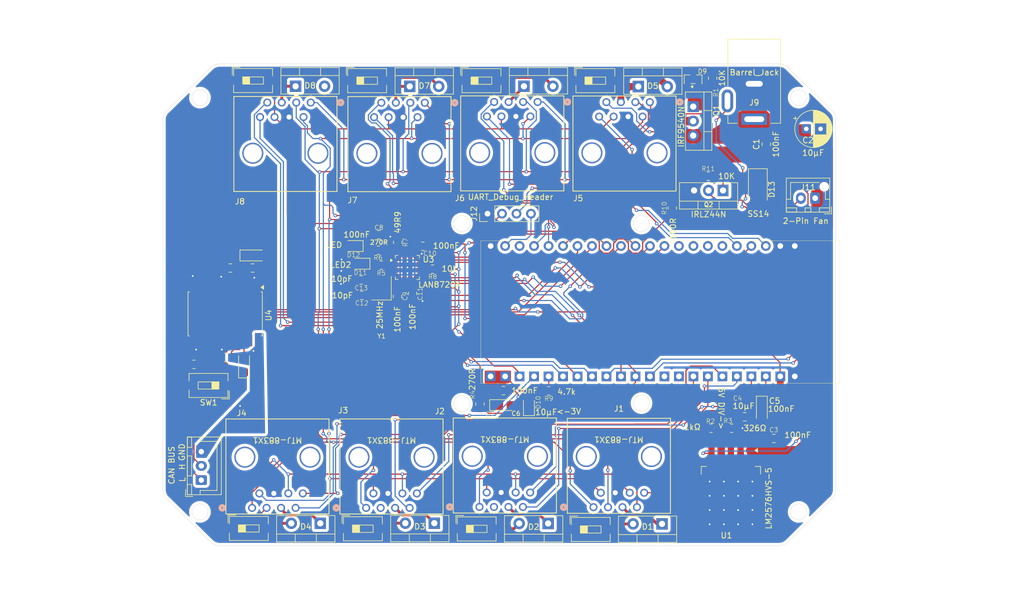
<source format=kicad_pcb>
(kicad_pcb (version 20241229) (generator "pcbnew") (generator_version "9.0")
  (layers (0 "F.Cu" signal) (2 "B.Cu" signal) (13 "F.Paste" user) (15 "B.Paste" user) (5 "F.SilkS" user "F.Silkscreen") (7 "B.SilkS" user "B.Silkscreen") (1 "F.Mask" user) (3 "B.Mask" user) (25 "Edge.Cuts" user))
  (net 0 "")
  (net 1 "GND")
  (net 2 "+24_12V")
  (net 3 "+5V")
  (net 4 "+3.3V")
  (net 5 "Net-(U3-XTAL1{slash}CLKIN)")
  (net 6 "Net-(U3-XTAL2)")
  (net 7 "Net-(U4-VISOIN)")
  (net 8 "Net-(J10-Pin_3)")
  (net 9 "Net-(D1-K)")
  (net 10 "Net-(D2-K)")
  (net 11 "Net-(D3-K)")
  (net 12 "/FAN_SW")
  (net 13 "Net-(D5-A)")
  (net 14 "Net-(D5-K)")
  (net 15 "/TX-")
  (net 16 "/RX+")
  (net 17 "/IO9")
  (net 18 "/IO11")
  (net 19 "/TX+")
  (net 20 "/RX-")
  (net 21 "/IO10")
  (net 22 "/IO2")
  (net 23 "/IO12")
  (net 24 "/IO4")
  (net 25 "/IO5")
  (net 26 "/IO13")
  (net 27 "/IO14")
  (net 28 "/IO6")
  (net 29 "/IO15")
  (net 30 "/IO7")
  (net 31 "/IO8")
  (net 32 "/IO16")
  (net 33 "/IO1")
  (net 34 "/IO21")
  (net 35 "/JACK_SW")
  (net 36 "Net-(J10-Pin_1)")
  (net 37 "Net-(J10-Pin_2)")
  (net 38 "Net-(Q2-G)")
  (net 39 "Net-(U1-FB)")
  (net 40 "/LED1")
  (net 41 "/LED2")
  (net 42 "/RBIAS")
  (net 43 "/RESET_N")
  (net 44 "/IO18")
  (net 45 "/IO42")
  (net 46 "Net-(R12-Pad2)")
  (net 47 "/IO38")
  (net 49 "/IO39")
  (net 50 "/IO20")
  (net 51 "/IO37")
  (net 53 "/IO35")
  (net 54 "/IO17")
  (net 55 "/IO36")
  (net 57 "/IO40")
  (net 58 "/IO41")
  (net 67 "/IO24")
  (net 68 "/IO44")
  (net 69 "Net-(D6-A)")
  (net 70 "Net-(D6-K)")
  (net 71 "Net-(D7-A)")
  (net 72 "Net-(D7-K)")
  (net 73 "Net-(D8-K)")
  (net 74 "Net-(D8-A)")
  (net 75 "Net-(D9-K)")
  (net 76 "Net-(D9-A)")
  (net 77 "Net-(D10-K)")
  (net 78 "Net-(D11-K)")
  (net 79 "Net-(D12-K)")
  (net 80 "Net-(D1-A)")
  (net 81 "Net-(D2-A)")
  (net 82 "Net-(D3-A)")
  (net 83 "Net-(D4-A)")
  (net 84 "Net-(D4-K)")
  (footprint "Resistor_SMD:R_0805_2012Metric" (layer "F.Cu") (at 184.2 74.2)
    (property "Reference" "R11" (hide yes))
    (property "Value" "10K")
  )
  (footprint "Connector_PinHeader_2.54mm:PinHeader_1x04_P2.54mm_Vertical" (layer "F.Cu") (at 145.495 80.775 90)
    (property "Reference" "J12")
    (property "Value" "UART_Debug_Header")
  )
  (footprint "Package_TO_SOT_SMD:SOT-23" (layer "F.Cu") (at 181.55 57.2 90)
    (property "Reference" "D9" (hide yes))
    (property "Value" "BZX84C12" (hide yes))
  )
  (footprint "Resistor_SMD:R_0805_2012Metric" (layer "F.Cu") (at 94.0125 107.2)
    (property "Reference" "R12" (hide yes))
    (property "Value" "120R")
  )
  (footprint "Button_Switch_SMD:SW_DIP_SPSTx01_Slide_6.7x4.1mm_W6.73mm_P2.54mm_LowProfile_JPin" (layer "F.Cu") (at 104.385 57.425)
    (property "Reference" "SW9" (hide yes))
    (property "Value" "J8_PWR_SW" (hide yes))
  )
  (footprint "Button_Switch_SMD:SW_DIP_SPSTx01_Slide_6.7x4.1mm_W6.73mm_P2.54mm_LowProfile_JPin" (layer "F.Cu") (at 96.565 110.9 180)
    (property "Reference" "SW1")
    (property "Value" "SW_DIP_x01" (hide yes))
  )
  (footprint "LBEASTLibrary:CONN_MTJ-883X1_ADM" (layer "F.Cu") (at 114.49531 61.2833)
    (property "Reference" "J8")
    (property "Value" "MTJ-883X1")
  )
  (footprint "LED_SMD:LED_0805_2012Metric" (layer "F.Cu") (at 123.2 89.55 180)
    (property "Reference" "D11" (hide yes))
    (property "Value" "LED" (hide yes))
  )
  (footprint "Button_Switch_SMD:SW_DIP_SPSTx01_Slide_6.7x4.1mm_W6.73mm_P2.54mm_LowProfile_JPin" (layer "F.Cu") (at 123.635 136.025)
    (property "Reference" "SW4" (hide yes))
    (property "Value" "J3_PWR_SW" (hide yes))
  )
  (footprint "Resistor_SMD:R_0805_2012Metric" (layer "F.Cu") (at 126.35 87.2 180)
    (property "Reference" "R6" (hide yes))
    (property "Value" "270R")
  )
  (footprint "Resistor_SMD:R_0805_2012Metric" (layer "F.Cu") (at 177.9 79.8 90)
    (property "Reference" "R10" (hide yes))
    (property "Value" "100R")
  )
  (footprint "Resistor_SMD:R_0805_2012Metric" (layer "F.Cu") (at 129.75 85.8 90)
    (property "Reference" "R7" (hide yes))
    (property "Value" "49R9")
  )
  (footprint "LBEASTLibrary:CONN_MTJ-883X1_ADM" (layer "F.Cu") (at 173.96 61.21)
    (property "Reference" "J5" (hide yes))
    (property "Value" "MTJ-883X1")
  )
  (footprint "Resistor_SMD:R_0805_2012Metric" (layer "F.Cu") (at 126.85 89.8 180)
    (property "Reference" "R5" (hide yes))
    (property "Value" "270R" (hide yes))
  )
  (footprint "Capacitor_SMD:C_0805_2012Metric" (layer "F.Cu") (at 123.35 92.4 180)
    (property "Reference" "C13" (hide yes))
    (property "Value" "10pF")
  )
  (footprint "LBEASTLibrary:CONN_MTJ-883X1_ADM" (layer "F.Cu") (at 134.49531 61.314)
    (property "Reference" "J7")
    (property "Value" "MTJ-883X1")
  )
  (footprint "LBEASTLibrary:CONN_MTJ-883X1_ADM" (layer "F.Cu") (at 144.0837 132.2046 180)
    (property "Reference" "J2")
    (property "Value" "MTJ-883X1")
  )
  (footprint "Capacitor_SMD:C_0805_2012Metric" (layer "F.Cu") (at 194.4 68.6 90)
    (property "Reference" "C1")
    (property "Value" "100nF")
  )
  (footprint "Resistor_SMD:R_0805_2012Metric" (layer "F.Cu") (at 135.8625 90.5 180)
    (property "Reference" "R8" (hide yes))
    (property "Value" "10k")
  )
  (footprint "Capacitor_Tantalum_SMD:CP_EIA-3216-18_Kemet-A" (layer "F.Cu") (at 104.4 88.1)
    (property "Reference" "C16" (hide yes))
    (property "Value" "4.7µF")
  )
  (footprint "Capacitor_Tantalum_SMD:CP_EIA-3216-18_Kemet-A" (layer "F.Cu") (at 102.8 107.2475 90)
    (property "Reference" "C18" (hide yes))
    (property "Value" "4.7µF")
  )
  (footprint "Connector_JST:JST_XH_B2B-XH-AM_1x02_P2.50mm_Vertical" (layer "F.Cu") (at 202.95 78.05 180)
    (property "Reference" "J11" (hide yes))
    (property "Value" "2-Pin Fan")
  )
  (footprint "Package_TO_SOT_THT:TO-220-3_Vertical" (layer "F.Cu") (at 186.8 76.7 180)
    (property "Reference" "Q2" (hide yes))
    (property "Value" "IRLZ44N")
  )
  (footprint "Capacitor_SMD:C_0805_2012Metric" (layer "F.Cu") (at 99.6575 105.98)
    (property "Reference" "C17" (hide yes))
    (property "Value" "100nF")
  )
  (footprint "Capacitor_SMD:C_0805_2012Metric" (layer "F.Cu") (at 104.3 90.3)
    (property "Reference" "C15" (hide yes))
    (property "Value" "100nF")
  )
  (footprint "LBEASTLibrary:CONN_MTJ-883X1_ADM" (layer "F.Cu") (at 124.2137 132.3649 180)
    (property "Reference" "J3")
    (property "Value" "MTJ-883X1")
  )
  (footprint "Capacitor_THT:CP_Radial_D6.3mm_P2.50mm" (layer "F.Cu") (at 201.4 65.9)
    (property "Reference" "C2" (hide yes))
    (property "Value" "10µF")
  )
  (footprint "Package_TO_SOT_THT:TO-220-2_Vertical" (layer "F.Cu") (at 176.1 135.175 180)
    (property "Reference" "D1")
    (property "Value" "MBR735")
  )
  (footprint "Package_TO_SOT_THT:TO-220-3_Vertical" (layer "F.Cu") (at 181.56469 62 -90)
    (property "Reference" "Q1")
    (property "Value" "IRF9540N")
  )
  (footprint "Resistor_SMD:R_0805_2012Metric" (layer "F.Cu") (at 144.175 114.15 -90)
    (property "Reference" "R4" (hide yes))
    (property "Value" "270R")
  )
  (footprint "LBEASTLibrary:CONN_MTJ-883X1_ADM" (layer "F.Cu") (at 154.2784 61.1793)
    (property "Reference" "J6" (hide yes))
    (property "Value" "MTJ-883X1")
  )
  (footprint "Capacitor_SMD:C_0805_2012Metric" (layer "F.Cu") (at 195.7 120.2)
    (property "Reference" "C3" (hide yes))
    (property "Value" "100nF")
  )
  (footprint "Resistor_SMD:R_0805_2012Metric" (layer "F.Cu") (at 188.3 118.4)
    (property "Reference" "R3" (hide yes))
    (property "Value" "326Ω")
  )
  (footprint "Package_TO_SOT_THT:TO-220-2_Vertical" (layer "F.Cu") (at 131.86 58.45)
    (property "Reference" "D7")
    (property "Value" "MBR735" (hide yes))
  )
  (footprint "Resistor_SMD:R_0805_2012Metric" (layer "F.Cu") (at 156.25 111.85)
    (property "Reference" "R9" (hide yes))
    (property "Value" "4.7k")
  )
  (footprint "Capacitor_SMD:C_0805_2012Metric" (layer "F.Cu") (at 134.15 86.5)
    (property "Reference" "C10" (hide yes))
    (property "Value" "100nF")
  )
  (footprint "Resistor_SMD:R_0805_2012Metric" (layer "F.Cu") (at 184.7 118.4 180)
    (property "Reference" "R2" (hide yes))
    (property "Value" "1 kΩ")
  )
  (footprint "Button_Switch_SMD:SW_DIP_SPSTx01_Slide_6.7x4.1mm_W6.73mm_P2.54mm_LowProfile_JPin" (layer "F.Cu") (at 164.41 57.45)
    (property "Reference" "SW6" (hide yes))
    (property "Value" "J5_PWR_SW" (hide yes))
  )
  (footprint "Capacitor_SMD:C_0805_2012Metric" (layer "F.Cu") (at 126.45 84.45)
    (property "Reference" "C8" (hide yes))
    (property "Value" "100nF")
  )
  (footprint "Diode_SMD:D_SMA" (layer "F.Cu") (at 192.9 76.4 -90)
    (property "Reference" "D13" (hide yes))
    (property "Value" "SS14")
  )
  (footprint "Package_TO_SOT_SMD:TO-263-5_TabPin3" (layer "F.Cu") (at 188.175 129.925 -90)
    (property "Reference" "U1")
    (property "Value" "LM2576HVS-5")
  )
  (footprint "Capacitor_SMD:C_0805_2012Metric" (layer "F.Cu") (at 148.3 111.8)
    (property "Reference" "C7" (hide yes))
    (property "Value" "100nF")
  )
  (footprint "Button_Switch_SMD:SW_DIP_SPSTx01_Slide_6.7x4.1mm_W6.73mm_P2.54mm_LowProfile_JPin" (layer "F.Cu") (at 124.385 57.45)
    (property "Reference" "SW8" (hide yes))
    (property "Value" "J7_PWR_SW" (hide yes))
  )
  (footprint "Package_TO_SOT_THT:TO-220-2_Vertical" (layer "F.Cu") (at 151.885 58.425)
    (property "Reference" "D6" (hide yes))
    (property "Value" "MBR735")
  )
  (footprint "Button_Switch_SMD:SW_DIP_SPSTx01_Slide_6.7x4.1mm_W6.73mm_P2.54mm_LowProfile_JPin" (layer "F.Cu") (at 144.435 57.45)
    (property "Reference" "SW7" (hide yes))
    (property "Value" "J6_PWR_SW" (hide yes))
  )
  (footprint "LED_SMD:LED_0805_2012Metric" (layer "F.Cu") (at 122 86.45 180)
    (property "Reference" "D12" (hide yes))
    (property "Value" "LED")
  )
  (footprint "Button_Switch_SMD:SW_DIP_SPSTx01_Slide_6.7x4.1mm_W6.73mm_P2.54mm_LowProfile_JPin" (layer "F.Cu") (at 163.6 136.15)
    (property "Reference" "SW2" (hide yes))
    (property "Value" "J1_PWR_SW" (hide yes))
  )
  (footprint "Capacitor_SMD:C_0805_2012Metric" (layer "F.Cu") (at 132.35 94.75 -90)
    (property "Reference" "C11" (hide yes))
    (property "Value" "100nF")
  )
  (footprint "Package_TO_SOT_THT:TO-220-2_Vertical" (layer "F.Cu") (at 111.835 58.425)
    (property "Reference" "D8")
    (property "Value" "MBR735")
  )
  (footprint "LED_SMD:LED_0805_2012Metric" (layer "F.Cu") (at 152.75 114.5 90)
    (property "Reference" "D10" (hide yes))
    (property "Value" "LED" (hide yes))
  )
  (footprint "Capacitor_SMD:C_0805_2012Metric" (layer "F.Cu") (at 123.45 95.1 180)
    (property "Reference" "C12" (hide yes))
    (property "Value" "10pF")
  )
  (footprint "Package_DFN_QFN:VQFN-24-1EP_4x4mm_P0.5mm_EP2.5x2.5mm_ThermalVias" (layer "F.Cu") (at 131.45 90.2)
    (property "Reference" "U3")
    (property "Value" "LAN8720A")
  )
  (footprint "LBEASTLibrary:CONN_MTJ-883X1_ADM" (layer "F.Cu") (at 164.0837 132.2496 180)
    (property "Reference" "J1")
    (property "Value" "MTJ-883X1")
  )
  (footprint "Package_TO_SOT_THT:TO-220-2_Vertical" (layer "F.Cu") (at 171.945 58.475)
    (property "Reference" "D5")
    (property "Value" "MBR735")
  )
  (footprint "Capacitor_Tantalum_SMD:CP_EIA-3216-18_Kemet-A" (layer "F.Cu") (at 148.2 114.35)
    (property "Reference" "C6" (hide yes))
    (property "Value" "10µF")
  )
  (footprint "LBEASTLibrary:CONN_MTJ-883X1_ADM" (layer "F.Cu") (at 104.2137 132.3649 180)
    (property "Reference" "J4")
    (property "Value" "MTJ-883X1")
  )
  (footprint "Package_TO_SOT_THT:TO-220-2_Vertical" (layer "F.Cu") (at 116.165 135.075 180)
    (property "Reference" "D4")
    (property "Value" "MBR735")
  )
  (footprint "Capacitor_SMD:C_0805_2012Metric" (layer "F.Cu") (at 100.4 90.3 180)
    (property "Reference" "C14" (hide yes))
    (property "Value" "100nF")
  )
  (footprint "Crystal:Crystal_SMD_3225-4Pin_3.2x2.5mm" (layer "F.Cu") (at 126.9 93.85 90)
    (property "Reference" "Y1" (hide yes))
    (property "Value" "25MHz")
  )
  (footprint "LBEASTLibrary:ESP32-S3_2x22_Header_v3" (layer "F.Cu") (at 199.38 109.3 90)
    (property "Reference" "U2" (hide yes))
    (property "Value" "ESP32-S3-2x22" (hide yes))
  )
  (footprint "Capacitor_Tantalum_SMD:CP_EIA-3216-18_Kemet-A" (layer "F.Cu") (at 193.6 115.1 -90)
    (property "Reference" "C5")
    (property "Value" "10µF")
  )
  (footprint "Capacitor_SMD:C_0805_2012Metric" (layer "F.Cu") (at 129.7 95.3 -90)
    (property "Reference" "C9" (hide yes))
    (property "Value" "100nF")
  )
  (footprint "Capacitor_SMD:C_0805_2012Metric" (layer "F.Cu") (at 190.6 116.4)
    (property "Reference" "C4" (hide yes))
    (property "Value" "100nF")
  )
  (footprint "Resistor_SMD:R_0805_2012Metric" (layer "F.Cu") (at 184.975 57 90)
    (property "Reference" "R1" (hide yes))
    (property "Value" "10K")
  )
  (footprint "Button_Switch_SMD:SW_DIP_SPSTx01_Slide_6.7x4.1mm_W6.73mm_P2.54mm_LowProfile_JPin" (layer "F.Cu") (at 103.635 135.975)
    (property "Reference" "SW5" (hide yes))
    (property "Value" "J4_PWR_SW" (hide yes))
  )
  (footprint "LBEASTLibrary:JST_XH_B3B-XH-A_1x03_P2.50mm_Vertical" (layer "F.Cu") (at 95.3 127.5 90)
    (property "Reference" "J10" (hide yes))
    (property "Value" "CAN BUS")
  )
  (footprint "Package_TO_SOT_THT:TO-220-2_Vertical" (layer "F.Cu") (at 156.125 135.1 180)
    (property "Reference" "D2")
    (property "Value" "MBR735")
  )
  (footprint "Package_SO:SOIC-20W_7.5x12.8mm_P1.27mm" (layer "F.Cu") (at 99.48969 98.346 -90)
    (property "Reference" "U4")
    (property "Value" "ADM3057ExRW")
  )
  (footprint "Connector_BarrelJack:BarrelJack_Kycon_KLDX-0202-xC_Horizontal" (layer "F.Cu") (at 192.26469 64.196 -90)
    (property "Reference" "J9" (hide yes))
    (property "Value" "Barrel_Jack")
  )
  (footprint "Package_TO_SOT_THT:TO-220-2_Vertical" (layer "F.Cu") (at 136.165 135.05 180)
    (property "Reference" "D3")
    (property "Value" "MBR735")
  )
  (footprint "Button_Switch_SMD:SW_DIP_SPSTx01_Slide_6.7x4.1mm_W6.73mm_P2.54mm_LowProfile_JPin" (layer "F.Cu") (at 143.6 136.05)
    (property "Reference" "SW3" (hide yes))
    (property "Value" "J2_PWR_SW" (hide yes))
  )
  (gr_rect (start 144.3 85.5) (end 207.3 110.5) (stroke (width 0.05)) (fill no) (layer "F.SilkS"))
  (gr_line (start 98.549999 139.008869) (end 196.55 139.008869) (stroke (width 0.05)) (layer "Edge.Cuts"))
  (gr_arc (start 206.56469 129.208) (mid 206.322476 130.2124) (end 205.649082 130.996) (stroke (width 0.05)) (layer "Edge.Cuts"))
  (gr_arc (start 88.56469 64.284) (mid 88.806904 63.2796) (end 89.480298 62.496) (stroke (width 0.05)) (layer "Edge.Cuts"))
  (gr_arc (start 198.061322 138.45344) (mid 197.355075 138.865607) (end 196.55 139.008855) (stroke (width 0.05)) (layer "Edge.Cuts"))
  (gr_arc (start 205.649083 62.495999) (mid 206.322477 63.279599) (end 206.564691 64.283999) (stroke (width 0.05)) (layer "Edge.Cuts"))
  (gr_line (start 97.05 138.463) (end 89.480297 130.996) (stroke (width 0.05)) (layer "Edge.Cuts"))
  (gr_line (start 88.564689 129.207999) (end 88.565965 64.284) (stroke (width 0.05)) (layer "Edge.Cuts"))
  (gr_line (start 198.064711 55.041868) (end 205.649083 62.495999) (stroke (width 0.05)) (layer "Edge.Cuts"))
  (gr_circle (center 200.06469 133.0717) (end 201.46469 133.0717) (stroke (width 0.05)) (fill no) (layer "Edge.Cuts"))
  (gr_circle (center 200.06469 60.4203) (end 201.46469 60.4203) (stroke (width 0.05)) (fill no) (layer "Edge.Cuts"))
  (gr_circle (center 95.06469 133.0717) (end 96.46469 133.0717) (stroke (width 0.05)) (fill no) (layer "Edge.Cuts"))
  (gr_line (start 206.56469 129.207998) (end 206.564689 64.283999) (stroke (width 0.05)) (layer "Edge.Cuts"))
  (gr_arc (start 97.06469 55.041869) (mid 97.766571 54.636709) (end 98.56469 54.496) (stroke (width 0.05)) (layer "Edge.Cuts"))
  (gr_line (start 205.649081 130.996) (end 198.061322 138.45344) (stroke (width 0.05)) (layer "Edge.Cuts"))
  (gr_circle (center 141.004 114.105786) (end 142.404 114.105786) (stroke (width 0.05)) (fill no) (layer "Edge.Cuts"))
  (gr_circle (center 172.5 113.996) (end 173.9 113.996) (stroke (width 0.05)) (fill no) (layer "Edge.Cuts"))
  (gr_arc (start 196.564691 54.495999) (mid 197.362809 54.636709) (end 198.064691 55.041868) (stroke (width 0.05)) (layer "Edge.Cuts"))
  (gr_arc (start 89.480297 130.996001) (mid 88.806903 130.212401) (end 88.564689 129.208001) (stroke (width 0.05)) (layer "Edge.Cuts"))
  (gr_line (start 89.480299 62.496) (end 97.064691 55.041869) (stroke (width 0.05)) (layer "Edge.Cuts"))
  (gr_arc (start 98.549999 139.008869) (mid 97.751881 138.86816) (end 97.049999 138.463) (stroke (width 0.05)) (layer "Edge.Cuts"))
  (gr_circle (center 95.06469 60.4203) (end 96.46469 60.4203) (stroke (width 0.05)) (fill no) (layer "Edge.Cuts"))
  (gr_circle (center 172.5 82.5) (end 173.9 82.5) (stroke (width 0.05)) (fill no) (layer "Edge.Cuts"))
  (gr_line (start 196.5647 54.495999) (end 98.56469 54.496) (stroke (width 0.05)) (layer "Edge.Cuts"))
  (gr_circle (center 141.004 82.5) (end 142.404 82.5) (stroke (width 0.05)) (fill no) (layer "Edge.Cuts"))
  (gr_text "J6" (at 140.65 78.05 0) (layer "F.SilkS") (effects (font (size 1 1))))
  (gr_text "LED2" (at 119.75 89.75 0) (layer "F.SilkS") (effects (font (size 1 1))))
  (gr_text "J5" (at 161.4 78.075 0) (layer "F.SilkS") (effects (font (size 1 1))))
  (gr_text "H" (at 91.95 125.175 90) (layer "F.SilkS") (effects (font (size 1 1))))
  (gr_text "<-3V" (at 159.75 115.45 0) (layer "F.SilkS") (effects (font (size 1 1))))
  (gr_text "L" (at 92 127.4 90) (layer "F.SilkS") (effects (font (size 1 1))))
  (gr_text "GND" (at 91.9 122.6 90) (layer "F.SilkS") (effects (font (size 1 1))))
  (gr_text "5V DIV->" (at 186.5 114.9 270) (layer "F.SilkS") (effects (font (size 1 1))))
  (segment (start 196.8 63.3) (end 196.7 63.2) (width 0.2) (layer "F.Cu") (net 1))
  (segment (start 150.3375 114.2) (end 149.5525 114.2) (width 0.2) (layer "F.Cu") (net 1))
  (segment (start 98.85469 102.996) (end 98.85469 104.55469) (width 0.2) (layer "F.Cu") (net 1))
  (segment (start 135.1 86.5) (end 135.1 86.65) (width 0.2) (layer "F.Cu") (net 1))
  (segment (start 188.1625 120.025) (end 189.2125 118.975) (width 1) (layer "F.Cu") (net 1))
  (segment (start 129.325 96.625) (end 123.725 96.625) (width 0.2) (layer "F.Cu") (net 1))
  (segment (start 98.8 93.82131) (end 98.8 91.9) (width 0.2) (layer "F.Cu") (net 1))
  (segment (start 130.3 96.15) (end 129.75 96.15) (width 0.2) (layer "F.Cu") (net 1))
  (segment (start 182.4 74.1) (end 181.7 74.8) (width 0.2) (layer "F.Cu") (net 1))
  (segment (start 196.7 66.6) (end 196.7 63.2) (width 1.5) (layer "F.Cu") (net 1))
  (segment (start 119.85 89.15) (end 119.85 90.8) (width 0.2) (layer "F.Cu") (net 1))
  (segment (start 150.9 112.5) (end 150.9 112.9) (width 0.2) (layer "F.Cu") (net 1))
  (segment (start 103.93469 92.66531) (end 104.6 92) (width 0.2) (layer "F.Cu") (net 1))
  (segment (start 203.9 65.9) (end 203.9 64.5) (width 1.5) (layer "F.Cu") (net 1))
  (segment (start 123.6 93.65) (end 122.4 92.45) (width 0.2) (layer "F.Cu") (net 1))
  (segment (start 121.35 93.1) (end 119.8 93.1) (width 0.2) (layer "F.Cu") (net 1))
  (segment (start 194.8 119) (end 194.2 118.4) (width 1) (layer "F.Cu") (net 1))
  (segment (start 189.2125 118.975) (end 189.2125 118.4) (width 1) (layer "F.Cu") (net 1))
  (segment (start 196.7 63.2) (end 192.26469 58.76469) (width 1.5) (layer "F.Cu") (net 1))
  (segment (start 121.0625 86.45) (end 120.55 86.45) (width 0.2) (layer "F.Cu") (net 1))
  (segment (start 150.9 113.3) (end 150.9 112.9) (width 0.2) (layer "F.Cu") (net 1))
  (segment (start 119.85 87.15) (end 119.85 89.15) (width 0.2) (layer "F.Cu") (net 1))
  (segment (start 93.77469 103.97469) (end 94.4 104.6) (width 0.2) (layer "F.Cu") (net 1))
  (segment (start 99.45 91.17531) (end 98.8 91.82531) (width 0.2) (layer "F.Cu") (net 1))
  (segment (start 150 114.2) (end 150.9 113.3) (width 0.2) (layer "F.Cu") (net 1))
  (segment (start 122.5 94.25) (end 121.35 93.1) (width 0.2) (layer "F.Cu") (net 1))
  (segment (start 128.45 84.8) (end 128.15 84.8) (width 0.2) (layer "F.Cu") (net 1))
  (segment (start 98.85469 104.55469) (end 98.9 104.6) (width 0.2) (layer "F.Cu") (net 1))
  (segment (start 181.72 74.82) (end 181.72 76.6) (width 0.2) (layer "F.Cu") (net 1))
  (segment (start 128.6625 84.8875) (end 129.75 84.8875) (width 0.2) (layer "F.Cu") (net 1))
  (segment (start 99.45 90.3) (end 99.45 91.17531) (width 0.2) (layer "F.Cu") (net 1))
  (segment (start 126.05 92.55) (end 124.95 93.65) (width 0.2) (layer "F.Cu") (net 1))
  (segment (start 203.9 64.5) (end 202.7 63.3) (width 1.5) (layer "F.Cu") (net 1))
  (segment (start 184.9 56.2875) (end 190.55619 56.2875) (width 1.5) (layer "F.Cu") (net 1))
  (segment (start 149.5525 114.2) (end 150 114.2) (width 0.2) (layer "F.Cu") (net 1))
  (segment (start 95.04469 102.996) (end 95.04469 103.95531) (width 0.2) (layer "F.Cu") (net 1))
  (segment (start 103.93469 93.696) (end 103.93469 92.66531) (width 0.2) (layer "F.Cu") (net 1))
  (segment (start 120.85 89.8) (end 119.85 90.8) (width 0.2) (layer "F.Cu") (net 1))
  (segment (start 202.7 63.3) (end 196.8 63.3) (width 1.5) (layer "F.Cu") (net 1))
  (segment (start 129.75 96.15) (end 129.8 96.15) (width 0.2) (layer "F.Cu") (net 1))
  (segment (start 95.04469 103.95531) (end 94.4 104.6) (width 0.2) (layer "F.Cu") (net 1))
  (segment (start 119.85 88.8) (end 119.85 89.15) (width 0.2) (layer "F.Cu") (net 1))
  (segment (start 123.725 96.625) (end 122.5 95.4) (width 0.2) (layer "F.Cu") (net 1))
  (segment (start 93.77469 93.696) (end 93.77469 91.77469) (width 0.2) (layer "F.Cu") (net 1))
  (segment (start 105.7525 89.7975) (end 105.25 90.3) (width 0.2) (layer "F.Cu") (net 1))
  (segment (start 105.25 90.3) (end 105.25 91.35) (width 0.2) (layer "F.Cu") (net 1))
  (segment (start 190.55619 56.2875) (end 192.26469 57.996) (width 1.5) (layer "F.Cu") (net 1))
  (segment (start 194.8 119) (end 194.8 120.35) (width 1) (layer "F.Cu") (net 1))
  (segment (start 121.5 92.45) (end 121.95 92.45) (width 0.2) (layer "F.Cu") (net 1))
  (segment (start 105.20469 92.60469) (end 104.6 92) (width 0.2) (layer "F.Cu") (net 1))
  (segment (start 150.2 111.8) (end 150.9 112.5) (width 0.2) (layer "F.Cu") (net 1))
  (segment (start 128.05 84.7) (end 127.4 84.7) (width 0.2) (layer "F.Cu") (net 1))
  (segment (start 122.5 95.4) (end 122.5 94.25) (width 0.2) (layer "F.Cu") (net 1))
  (segment (start 124.95 93.65) (end 123.6 93.65) (width 0.2) (layer "F.Cu") (net 1))
  (segment (start 195.65 67.65) (end 196.7 66.6) (width 1.5) (layer "F.Cu") (net 1))
  (segment (start 93.77469 91.77469) (end 93.7 91.7) (width 0.2) (layer "F.Cu") (net 1))
  (segment (start 191.6 118.4) (end 189.2125 118.4) (width 1) (layer "F.Cu") (net 1))
  (segment (start 194.4 67.65) (end 195.65 67.65) (width 1.5) (layer "F.Cu") (net 1))
  (segment (start 149.25 111.8) (end 150.2 111.8) (width 0.2) (layer "F.Cu") (net 1))
  (segment (start 105.20469 93.696) (end 105.20469 92.60469) (width 0.2) (layer "F.Cu") (net 1))
  (segment (start 135.1 86.65) (end 133.95 87.8) (width 0.2) (layer "F.Cu") (net 1))
  (segment (start 192.26469 58.76469) (end 192.26469 57.996) (width 0.2) (layer "F.Cu") (net 1))
  (segment (start 129.7 96.25) (end 129.325 96.625) (width 0.2) (layer "F.Cu") (net 1))
  (segment (start 105.25 91.35) (end 104.6 92) (width 0.2) (layer "F.Cu") (net 1))
  (segment (start 105.7525 88.1) (end 105.7525 89.7975) (width 0.2) (layer "F.Cu") (net 1))
  (segment (start 183.2875 74.1) (end 182.4 74.1) (width 0.2) (layer "F.Cu") (net 1))
  (segment (start 122.6125 89.8) (end 120.85 89.8) (width 0.2) (layer "F.Cu") (net 1))
  (segment (start 134.1 96.1) (end 133.7 95.7) (width 0.2) (layer "F.Cu") (net 1))
  (segment (start 133.7 95.7) (end 132.35 95.7) (width 0.2) (layer "F.Cu") (net 1))
  (segment (start 128.15 84.8) (end 128.05 84.7) (width 0.2) (layer "F.Cu") (net 1))
  (segment (start 119.85 90.8) (end 121.5 92.45) (width 0.2) (layer "F.Cu") (net 1))
  (segment (start 119.85 90.8) (end 119.85 93.1) (width 0.2) (layer "F.Cu") (net 1))
  (segment (start 93.77469 102.996) (end 93.77469 103.97469) (width 0.2) (layer "F.Cu") (net 1))
  (segment (start 120.55 86.45) (end 119.85 87.15) (width 0.2) (layer "F.Cu") (net 1))
  (segment (start 122.6125 90) (end 122.35 90) (width 0.2) (layer "F.Cu") (net 1))
  (via (at 186.95 132.75) (size 0.6) (drill 0.3) (layers "F.Cu" "B.Cu") (net 1))
  (via (at 189.45 130.25) (size 0.6) (drill 0.3) (layers "F.Cu" "B.Cu") (net 1))
  (via (at 98.8 91.82531) (size 0.6) (drill 0.3) (layers "F.Cu" "B.Cu") (net 1))
  (via (at 150.9 112.9) (size 0.6) (drill 0.3) (layers "F.Cu" "B.Cu") (net 1))
  (via (at 134.1 96.1) (size 0.6) (drill 0.3) (layers "F.Cu" "B.Cu") (net 1))
  (via (at 119.9 88.8) (size 0.6) (drill 0.3) (layers "F.Cu" "B.Cu") (net 1))
  (via (at 189.45 132.75) (size 0.6) (drill 0.3) (layers "F.Cu" "B.Cu") (net 1))
  (via (at 191.95 127.75) (size 0.6) (drill 0.3) (layers "F.Cu" "B.Cu") (net 1))
  (via (at 186.95 130.25) (size 0.6) (drill 0.3) (layers "F.Cu" "B.Cu") (net 1))
  (via (at 133.95 87.8) (size 0.6) (drill 0.3) (layers "F.Cu" "B.Cu") (net 1))
  (via (at 94.4 104.6) (size 0.6) (drill 0.3) (layers "F.Cu" "B.Cu") (net 1))
  (via (at 191.95 132.75) (size 0.6) (drill 0.3) (layers "F.Cu" "B.Cu") (net 1))
  (via (at 186.95 135.25) (size 0.6) (drill 0.3) (layers "F.Cu" "B.Cu") (net 1))
  (via (at 98.9 104.6) (size 0.6) (drill 0.3) (layers "F.Cu" "B.Cu") (net 1))
  (via (at 184.45 127.75) (size 0.6) (drill 0.3) (layers "F.Cu" "B.Cu") (net 1))
  (via (at 104.6 92) (size 0.6) (drill 0.3) (layers "F.Cu" "B.Cu") (net 1))
  (via (at 191.95 130.25) (size 0.6) (drill 0.3) (layers "F.Cu" "B.Cu") (net 1))
  (via (at 184.45 132.75) (size 0.6) (drill 0.3) (layers "F.Cu" "B.Cu") (net 1))
  (via (at 191.95 135.25) (size 0.6) (drill 0.3) (layers "F.Cu" "B.Cu") (net 1))
  (via (at 119.85 90.8) (size 0.6) (drill 0.3) (layers "F.Cu" "B.Cu") (net 1))
  (via (at 93.8 91.7) (size 0.6) (drill 0.3) (layers "F.Cu" "B.Cu") (net 1))
  (via (at 128.45 84.8) (size 0.6) (drill 0.3) (layers "F.Cu" "B.Cu") (net 1))
  (via (at 189.45 127.75) (size 0.6) (drill 0.3) (layers "F.Cu" "B.Cu") (net 1))
  (via (at 186.95 127.75) (size 0.6) (drill 0.3) (layers "F.Cu" "B.Cu") (net 1))
  (via (at 184.45 135.25) (size 0.6) (drill 0.3) (layers "F.Cu" "B.Cu") (net 1))
  (via (at 184.45 130.25) (size 0.6) (drill 0.3) (layers "F.Cu" "B.Cu") (net 1))
  (via (at 189.45 135.25) (size 0.6) (drill 0.3) (layers "F.Cu" "B.Cu") (net 1))
  (via (at 190.2 118.4) (size 0.6) (drill 0.3) (layers "F.Cu" "B.Cu") (net 1))
  (via (at 119.8 93.1) (size 0.6) (drill 0.3) (layers "F.Cu" "B.Cu") (net 1))
  (segment (start 196.65 120.2) (end 196.65 122.225) (width 1) (layer "F.Cu") (net 2))
  (segment (start 201.85 74.575) (end 202.95 75.675) (width 0.2) (layer "F.Cu") (net 2))
  (segment (start 178.7 65.3) (end 178.7 69.2) (width 1.5) (layer "F.Cu") (net 2))
  (segment (start 202.95 75.675) (end 202.95 78.05) (width 0.2) (layer "F.Cu") (net 2))
  (segment (start 180 71) (end 191.1 71) (width 1.5) (layer "F.Cu") (net 2))
  (segment (start 191.9 71.8) (end 191.9 71.825) (width 0.2) (layer "F.Cu") (net 2))
  (segment (start 178.7 69.2) (end 178.7 69.7) (width 0.2) (layer "F.Cu") (net 2))
  (segment (start 191.9 71.825) (end 192.9 72.825) (width 0.2) (layer "F.Cu") (net 2))
  (segment (start 204.9 79.9) (end 203.05 78.05) (width 1.5) (layer "F.Cu") (net 2))
  (segment (start 199.9 122.3) (end 199.875 122.275) (width 0.2) (layer "F.Cu") (net 2))
  (segment (start 191.9 71.8) (end 197.7 71.8) (width 0.2) (layer "F.Cu") (net 2))
  (segment (start 204.9 82.5) (end 204.9 79.9) (width 1.5) (layer "F.Cu") (net 2))
  (segment (start 203.05 78.05) (end 202.95 78.05) (width 0.2) (layer "F.Cu") (net 2))
  (segment (start 181.56469 64.54) (end 179.46 64.54) (width 1.5) (layer "F.Cu") (net 2))
  (segment (start 199.875 122.275) (end 191.575 122.275) (width 1.5) (layer "F.Cu") (net 2))
  (segment (start 204.9 117.3) (end 199.9 122.3) (width 1.5) (layer "F.Cu") (net 2))
  (segment (start 197.7 71.8) (end 200.475 74.575) (width 0.2) (layer "F.Cu") (net 2))
  (segment (start 178.7 69.7) (end 180 71) (width 1.5) (layer "F.Cu") (net 2))
  (segment (start 191.1 71) (end 191.9 71.8) (width 1.5) (layer "F.Cu") (net 2))
  (segment (start 178.7 69.2) (end 178.7 69) (width 0.2) (layer "F.Cu") (net 2))
  (segment (start 204.9 82.5) (end 204.9 117.3) (width 1.5) (layer "F.Cu") (net 2))
  (segment (start 192.9 72.825) (end 192.9 74.4) (width 0.2) (layer "F.Cu") (net 2))
  (segment (start 179.46 64.54) (end 178.7 65.3) (width 1.5) (layer "F.Cu") (net 2))
  (segment (start 200.475 74.575) (end 201.85 74.575) (width 0.2) (layer "F.Cu") (net 2))
  (segment (start 98.099 135.874) (end 98.099 132.099) (width 1.2) (layer "F.Cu") (net 3))
  (segment (start 106.8 97.1) (end 106.8 87) (width 0.2) (layer "F.Cu") (net 3))
  (segment (start 106.8 87) (end 106.4 86.6) (width 0.2) (layer "F.Cu") (net 3))
  (segment (start 182.55 124.85) (end 181.8 124.1) (width 1.2) (layer "F.Cu") (net 3))
  (segment (start 145.65 55.8) (end 159.395 55.8) (width 1.2) (layer "F.Cu") (net 3))
  (segment (start 184.8 116.4) (end 189.45 116.4) (width 1.2) (layer "F.Cu") (net 3))
  (segment (start 183.6 118.95) (end 183.6 117.65) (width 1.2) (layer "F.Cu") (net 3))
  (segment (start 121.05 57.45) (end 121.05 55.825) (width 1.2) (layer "F.Cu") (net 3))
  (segment (start 107.3 97.6) (end 106.8 97.1) (width 0.2) (layer "F.Cu") (net 3))
  (segment (start 90.300001 74.125793) (end 90.300001 69.874999) (width 1.2) (layer "F.Cu") (net 3))
  (segment (start 102.66469 93.696) (end 102.66469 90.98531) (width 0.2) (layer "F.Cu") (net 3))
  (segment (start 101.575 55.8) (end 109.245 55.8) (width 1.2) (layer "F.Cu") (net 3))
  (segment (start 196.8 106.9) (end 196.8 109.26) (width 0.2) (layer "F.Cu") (net 3))
  (segment (start 183.7875 117.4125) (end 184.8 116.4) (width 1.2) (layer "F.Cu") (net 3))
  (segment (start 122.55 137.7) (end 102.625 137.7) (width 1.2) (layer "F.Cu") (net 3))
  (segment (start 196.8 109.26) (end 196.84 109.3) (width 0.2) (layer "F.Cu") (net 3))
  (segment (start 98.975 137.7) (end 99.925 137.7) (width 1.2) (layer "F.Cu") (net 3))
  (segment (start 92.699999 130.199999) (end 90.3 127.8) (width 1.2) (layer "F.Cu") (net 3))
  (segment (start 103.35 89.95) (end 103.0475 89.6475) (width 0.2) (layer "F.Cu") (net 3))
  (segment (start 102.66469 90.98531) (end 103.35 90.3) (width 0.2) (layer "F.Cu") (net 3))
  (segment (start 191.2525 113.7475) (end 193.6 113.7475) (width 1.2) (layer "F.Cu") (net 3))
  (segment (start 98.099 132.099) (end 97.899 132.099) (width 1.2) (layer "F.Cu") (net 3))
  (segment (start 97.899 132.099) (end 96 130.2) (width 1.2) (layer "F.Cu") (net 3))
  (segment (start 104.1 86.6) (end 103.0475 87.6525) (width 0.2) (layer "F.Cu") (net 3))
  (segment (start 125.275 55.8) (end 145.65 55.8) (width 1.2) (layer "F.Cu") (net 3))
  (segment (start 154.3 98) (end 187.9 98) (width 0.2) (layer "F.Cu") (net 3))
  (segment (start 181.4943 134.175) (end 177.9693 137.7) (width 1.2) (layer "F.Cu") (net 3))
  (segment (start 103.0475 87.6525) (end 103.0475 88.1) (width 0.2) (layer "F.Cu") (net 3))
  (segment (start 106.4 86.6) (end 104.1 86.6) (width 0.2) (layer "F.Cu") (net 3))
  (segment (start 98.099 135.874) (end 98.099 136.824) (width 1.2) (layer "F.Cu") (net 3))
  (segment (start 159.395 55.8) (end 161.045 57.45) (width 1.2) (layer "F.Cu") (net 3))
  (segment (start 189.875 122.8) (end 189.875 125.7) (width 1.2) (layer "F.Cu") (net 3))
  (segment (start 187.9 98) (end 196.8 106.9) (width 0.2) (layer "F.Cu") (net 3))
  (segment (start 183.4 125.7) (end 182.55 124.85) (width 1.2) (layer "F.Cu") (net 3))
  (segment (start 101.02 59.155) (end 101.02 57.425) (width 1.2) (layer "F.Cu") (net 3))
  (segment (start 98.099 136.824) (end 98.975 137.7) (width 1.2) (layer "F.Cu") (net 3))
  (segment (start 109.245 55.8) (end 125.275 55.8) (width 1.2) (layer "F.Cu") (net 3))
  (segment (start 183.7875 118.4) (end 183.7875 117.4125) (width 1) (layer "F.Cu") (net 3))
  (segment (start 150.4 97.4) (end 150.2 97.6) (width 0.2) (layer "F.Cu") (net 3))
  (segment (start 103.35 90.3) (end 103.35 89.95) (width 0.2) (layer "F.Cu") (net 3))
  (segment (start 160.19 136.175) (end 160.19 137.725) (width 1.2) (layer "F.Cu") (net 3))
  (segment (start 96 130.2) (end 92.699999 130.199999) (width 1.2) (layer "F.Cu") (net 3))
  (segment (start 141.075 57.45) (end 141.075 55.875) (width 1.2) (layer "F.Cu") (net 3))
  (segment (start 196.84 111.46) (end 194.5525 113.7475) (width 1.2) (layer "F.Cu") (net 3))
  (segment (start 181.70625 120.99375) (end 183.69375 119.00625) (width 1.2) (layer "F.Cu") (net 3))
  (segment (start 181.5 134.175) (end 181.498 134.175) (width 1.2) (layer "F.Cu") (net 3))
  (segment (start 189.65 115.35) (end 191.2525 113.7475) (width 1.2) (layer "F.Cu") (net 3))
  (segment (start 101.02 57.425) (end 101.02 56.355) (width 1.2) (layer "F.Cu") (net 3))
  (segment (start 162.475 137.7) (end 122.55 137.7) (width 1.2) (layer "F.Cu") (net 3))
  (segment (start 196.84 111.46) (end 196.84 109.3) (width 1.2) (layer "F.Cu") (net 3))
  (segment (start 189.4 125.7) (end 183.4 125.7) (width 1.2) (layer "F.Cu") (net 3))
  (segment (start 182.55 124.85) (end 181.5 125.9) (width 1.2) (layer "F.Cu") (net 3))
  (segment (start 102.625 137.7) (end 99.925 137.7) (width 1.2) (layer "F.Cu") (net 3))
  (segment (start 181.5 125.9) (end 181.5 134.173) (width 1.2) (layer "F.Cu") (net 3))
  (segment (start 90.3 127.8) (end 90.300001 74.125793) (width 1.2) (layer "F.Cu") (net 3))
  (segment (start 189.65 116.4) (end 189.65 115.35) (width 1.2) (layer "F.Cu") (net 3))
  (segment (start 100.3287 136.025) (end 100.3287 137.71) (width 1.2) (layer "F.Cu") (net 3))
  (segment (start 120.275 137.715) (end 120.275 136.05) (width 1.2) (layer "F.Cu") (net 3))
  (segment (start 150.2 97.6) (end 107.3 97.6) (width 0.2) (layer "F.Cu") (net 3))
  (segment (start 90.300001 69.874999) (end 101.02 59.155) (width 1.2) (layer "F.Cu") (net 3))
  (segment (start 181.5 134.173) (end 181.498 134.175) (width 1.2) (layer "F.Cu") (net 3))
  (segment (start 194.5525 113.7475) (end 193.6 113.7475) (width 1.2) (layer "F.Cu") (net 3))
  (segment (start 140.1976 136.0826) (end 140.1976 137.6326) (width 1.2) (layer "F.Cu") (net 3))
  (segment (start 101.02 56.355) (end 101.575 55.8) (width 1.2) (layer "F.Cu") (net 3))
  (segment (start 103.0475 89.6475) (end 103.0475 88.1) (width 0.2) (layer "F.Cu") (net 3))
  (segment (start 177.973 137.7) (end 162.475 137.7) (width 1.2) (layer "F.Cu") (net 3))
  (segment (start 181.7 124.1) (end 181.7 121) (width 1.2) (layer "F.Cu") (net 3))
  (via (at 154.3 98) (size 0.6) (drill 0.3) (layers "F.Cu" "B.Cu") (net 3))
  (via (at 150.4 97.4) (size 0.6) (drill 0.3) (layers "F.Cu" "B.Cu") (net 3))
  (segment (start 150.4 97.4) (end 151 98) (width 0.2) (layer "B.Cu") (net 3))
  (segment (start 151 98) (end 154.3 98) (width 0.2) (layer "B.Cu") (net 3))
  (segment (start 96.9 99) (end 135.74 99) (width 0.2) (layer "F.Cu") (net 4))
  (segment (start 151.18 111.9) (end 148.58 109.3) (width 0.2) (layer "F.Cu") (net 4))
  (segment (start 96.31469 93.696) (end 96.31469 90.18531) (width 0.2) (layer "F.Cu") (net 4))
  (segment (start 131.2 93.05) (end 131.95 93.8) (width 0.2) (layer "F.Cu") (net 4))
  (segment (start 133.2 85.65) (end 133.75 85.1) (width 0.2) (layer "F.Cu") (net 4))
  (segment (start 100.6 87.5) (end 96.2 87.5) (width 0.2) (layer "F.Cu") (net 4))
  (segment (start 148.035 80.775) (end 148.035 80.14) (width 0.2) (layer "F.Cu") (net 4))
  (segment (start 130.726 95.376) (end 130.726 97.074) (width 0.2) (layer "F.Cu") (net 4))
  (segment (start 128.5 86.85134) (end 127.64866 86) (width 0.2) (layer "F.Cu") (net 4))
  (segment (start 151.23 111.85) (end 155.4875 111.85) (width 0.2) (layer "F.Cu") (net 4))
  (segment (start 132.35 93.8) (end 139.75 93.8) (width 0.2) (layer "F.Cu") (net 4))
  (segment (start 101.39469 90.34469) (end 101.35 90.3) (width 0.2) (layer "F.Cu") (net 4))
  (segment (start 136.775 90.5) (end 140.45 90.5) (width 0.2) (layer "F.Cu") (net 4))
  (segment (start 129.5125 88.4125) (end 128.5 87.4) (width 0.2) (layer "F.Cu") (net 4))
  (segment (start 129.5125 93.5625) (end 129.7 93.75) (width 0.2) (layer "F.Cu") (net 4))
  (segment (start 146.8475 114.35) (end 145.325 114.35) (width 0.2) (layer "F.Cu") (net 4))
  (segment (start 131.2 92.1375) (end 131.2 93.05) (width 0.2) (layer "F.Cu") (net 4))
  (segment (start 128.5 87.4) (end 128.5 86.85134) (width 0.2) (layer "F.Cu") (net 4))
  (segment (start 139.75 93.8) (end 140.45 94.5) (width 0.2) (layer "F.Cu") (net 4))
  (segment (start 119.1 85.6) (end 119.1 96.05) (width 0.2) (layer "F.Cu") (net 4))
  (segment (start 125.85 86) (end 125.5 85.65) (width 0.2) (layer "F.Cu") (net 4))
  (segment (start 144.2 107.46) (end 138.67 101.93) (width 0.2) (layer "F.Cu") (net 4))
  (segment (start 96.2 87.5) (end 93.1 90.6) (width 0.2) (layer "F.Cu") (net 4))
  (segment (start 142.91 85.9) (end 148.035 80.775) (width 0.2) (layer "F.Cu") (net 4))
  (segment (start 146 111.8) (end 145.9 111.8) (width 0.2) (layer "F.Cu") (net 4))
  (segment (start 101.35 90.3) (end 101.35 88.25) (width 0.2) (layer "F.Cu") (net 4))
  (segment (start 120 84.7) (end 119.1 85.6) (width 0.2) (layer "F.Cu") (net 4))
  (segment (start 120.15 97.1) (end 130.7 97.1) (width 0.2) (layer "F.Cu") (net 4))
  (segment (start 144.2 111.2) (end 144.2 107.46) (width 0.2) (layer "F.Cu") (net 4))
  (segment (start 136.85 86.5) (end 137.95 87.6) (width 0.2) (layer "F.Cu") (net 4))
  (segment (start 129.7 93.75) (end 129.7 94.35) (width 0.2) (layer "F.Cu") (net 4))
  (segment (start 146.04 111.76) (end 146.04 109.3) (width 0.2) (layer "F.Cu") (net 4))
  (segment (start 146 111.8) (end 144.8 111.8) (width 0.2) (layer "F.Cu") (net 4))
  (segment (start 151.18 111.9) (end 151.23 111.85) (width 0.2) (layer "F.Cu") (net 4))
  (segment (start 125.5 85.65) (end 125.5 84.7) (width 0.2) (layer "F.Cu") (net 4))
  (segment (start 130.7 97.1) (end 140.35 97.1) (width 0.2) (layer "F.Cu") (net 4))
  (segment (start 137.95 87.6) (end 140.45 87.6) (width 0.2) (layer "F.Cu") (net 4))
  (segment (start 132.7 88.2625) (end 132.7 87) (width 0.2) (layer "F.Cu") (net 4))
  (segment (start 140.35 97.1) (end 140.45 97) (width 0.2) (layer "F.Cu") (net 4))
  (segment (start 97.7 88.8) (end 99.85 88.8) (width 0.2) (layer "F.Cu") (net 4))
  (segment (start 135.45 85.1) (end 136.85 86.5) (width 0.2) (layer "F.Cu") (net 4))
  (segment (start 142.275 85.9) (end 142.91 85.9) (width 0.2) (layer "F.Cu") (net 4))
  (segment (start 130.726 97.074) (end 130.7 97.1) (width 0.2) (layer "F.Cu") (net 4))
  (segment (start 129.5125 91.45) (end 129.5125 93.5625) (width 0.2) (layer "F.Cu") (net 4))
  (segment (start 129.7 94.35) (end 130.726 95.376) (width 0.2) (layer "F.Cu") (net 4))
  (segment (start 145.325 114.35) (end 144.2125 113.2375) (width 0.2) (layer "F.Cu") (net 4))
  (segment (start 133.2 86.5) (end 133.2 85.65) (width 0.2) (layer "F.Cu") (net 4))
  (segment (start 96.31469 90.18531) (end 97.7 88.8) (width 0.2) (layer "F.Cu") (net 4))
  (segment (start 93.1 90.6) (end 93.1 95.2) (width 0.2) (layer "F.Cu") (net 4))
  (segment (start 101.35 88.25) (end 100.6 87.5) (width 0.2) (layer "F.Cu") (net 4))
  (segment (start 132.7 87) (end 133.2 86.5) (width 0.2) (layer "F.Cu") (net 4))
  (segment (start 119.1 96.05) (end 120.15 97.1) (width 0.2) (layer "F.Cu") (net 4))
  (segment (start 127.64866 86) (end 125.85 86) (width 0.2) (layer "F.Cu") (net 4))
  (segment (start 133.75 85.1) (end 135.45 85.1) (width 0.2) (layer "F.Cu") (net 4))
  (segment (start 135.74 99) (end 138.67 101.93) (width 0.2) (layer "F.Cu") (net 4))
  (segment (start 146 111.8) (end 146.04 111.76) (width 0.2) (layer "F.Cu") (net 4))
  (segment (start 140.45 100.15) (end 138.67 101.93) (width 0.2) (layer "F.Cu") (net 4))
  (segment (start 144.2125 113.2375) (end 144.175 113.2375) (width 0.2) (layer "F.Cu") (net 4))
  (segment (start 144.8 111.8) (end 144.2 111.2) (width 0.2) (layer "F.Cu") (net 4))
  (segment (start 93.1 95.2) (end 96.9 99) (width 0.2) (layer "F.Cu") (net 4))
  (segment (start 129.5125 88.95) (end 129.5125 88.4125) (width 0.2) (layer "F.Cu") (net 4))
  (segment (start 99.85 88.8) (end 101.35 90.3) (width 0.2) (layer "F.Cu") (net 4))
  (segment (start 125.5 84.7) (end 120 84.7) (width 0.2) (layer "F.Cu") (net 4))
  (segment (start 101.39469 93.696) (end 101.39469 90.34469) (width 0.2) (layer "F.Cu") (net 4))
  (via (at 140.45 87.6) (size 0.6) (drill 0.3) (layers "F.Cu" "B.Cu") (net 4))
  (via (at 142.275 85.9) (size 0.6) (drill 0.3) (layers "F.Cu" "B.Cu") (net 4))
  (via (at 140.45 94.5) (size 0.6) (drill 0.3) (layers "F.Cu" "B.Cu") (net 4))
  (via (at 140.45 90.5) (size 0.6) (drill 0.3) (layers "F.Cu" "B.Cu") (net 4))
  (via (at 140.45 97) (size 0.6) (drill 0.3) (layers "F.Cu" "B.Cu") (net 4))
  (via (at 140.45 100.15) (size 0.6) (drill 0.3) (layers "F.Cu" "B.Cu") (net 4))
  (segment (start 142.15 85.9) (end 142.275 85.9) (width 0.2) (layer "B.Cu") (net 4))
  (segment (start 140.45 90.5) (end 140.45 94.5) (width 0.2) (layer "B.Cu") (net 4))
  (segment (start 140.45 90.5) (end 140.45 87.6) (width 0.2) (layer "B.Cu") (net 4))
  (segment (start 140.45 87.6) (end 142.15 85.9) (width 0.2) (layer "B.Cu") (net 4))
  (segment (start 140.45 100.15) (end 140.45 94.5) (width 0.2) (layer "B.Cu") (net 4))
  (segment (start 129.059202 90.95) (end 128.65 91.359202) (width 0.2) (layer "F.Cu") (net 5))
  (segment (start 127.101 96.124) (end 125.449 96.124) (width 0.2) (layer "F.Cu") (net 5))
  (segment (start 127.75 95.475) (end 127.101 96.124) (width 0.2) (layer "F.Cu") (net 5))
  (segment (start 128.65 91.359202) (end 128.65 93.75) (width 0.2) (layer "F.Cu") (net 5))
  (segment (start 127.75 94.575) (end 127.75 95.475) (width 0.2) (layer "F.Cu") (net 5))
  (segment (start 129.5125 90.95) (end 129.059202 90.95) (width 0.2) (layer "F.Cu") (net 5))
  (segment (start 128.1 94.3) (end 127.75 94.3) (width 0.2) (layer "F.Cu") (net 5))
  (segment (start 125.449 96.124) (end 124.4 95.075) (width 0.2) (layer "F.Cu") (net 5))
  (segment (start 128.65 93.75) (end 128.1 94.3) (width 0.2) (layer "F.Cu") (net 5))
  (segment (start 127.75 92.1) (end 126.65 91) (width 0.2) (layer "F.Cu") (net 6))
  (segment (start 129.5125 90.45) (end 128.9 90.45) (width 0.2) (layer "F.Cu") (net 6))
  (segment (start 127.75 91.6) (end 127.75 92.75) (width 0.2) (layer "F.Cu") (net 6))
  (segment (start 128.9 90.45) (end 127.75 91.6) (width 0.2) (layer "F.Cu") (net 6))
  (segment (start 126.65 91) (end 125.3 91) (width 0.2) (layer "F.Cu") (net 6))
  (segment (start 127.75 92.75) (end 127.75 92.1) (width 0.2) (layer "F.Cu") (net 6))
  (segment (start 125.3 91) (end 124.3 92) (width 0.2) (layer "F.Cu") (net 6))
  (segment (start 100.5 101.4) (end 103.2 101.4) (width 0.2) (layer "F.Cu") (net 7))
  (segment (start 100.12469 101.77531) (end 100.5 101.4) (width 0.2) (layer "F.Cu") (net 7))
  (segment (start 103.93469 102.13469) (end 103.93469 102.996) (width 0.2) (layer "F.Cu") (net 7))
  (segment (start 98.7075 105.98) (end 101.3275 108.6) (width 0.2) (layer "F.Cu") (net 7))
  (segment (start 103.2 101.4) (end 103.93469 102.13469) (width 0.2) (layer "F.Cu") (net 7))
  (segment (start 100.12469 102.996) (end 100.12469 104.56281) (width 0.2) (layer "F.Cu") (net 7))
  (segment (start 101.3275 108.6) (end 102.8 108.6) (width 0.2) (layer "F.Cu") (net 7))
  (segment (start 100.12469 104.56281) (end 98.7075 105.98) (width 0.2) (layer "F.Cu") (net 7))
  (segment (start 100.12469 102.996) (end 100.12469 101.77531) (width 0.2) (layer "F.Cu") (net 7))
  (segment (start 105.20469 102.996) (end 105.20469 104.09531) (width 0.2) (layer "F.Cu") (net 8))
  (segment (start 102 104.6) (end 102.66469 103.93531) (width 0.2) (layer "F.Cu") (net 8))
  (segment (start 102.66469 103.93531) (end 102.66469 102.996) (width 0.2) (layer "F.Cu") (net 8))
  (segment (start 102.8 104.7) (end 102.8 103.13131) (width 0.2) (layer "F.Cu") (net 8))
  (segment (start 104.3 107.395) (end 104.3 112.3) (width 0.2) (layer "F.Cu") (net 8))
  (segment (start 104.45 104.85) (end 103.405 105.895) (width 0.2) (layer "F.Cu") (net 8))
  (segment (start 102.8 105.895) (end 102.8 104.7) (width 0.2) (layer "F.Cu") (net 8))
  (segment (start 104.3 112.3) (end 102.1 114.5) (width 0.2) (layer "F.Cu") (net 8))
  (segment (start 102.1 114.5) (end 95.3 121.3) (width 0.2) (layer "F.Cu") (net 8))
  (segment (start 95.3 121.3) (end 95.3 122.5) (width 0.2) (layer "F.Cu") (net 8))
  (segment (start 102.8 103.13131) (end 102.66469 102.996) (width 0.2) (layer "F.Cu") (net 8))
  (segment (start 103.405 105.895) (end 102.8 105.895) (width 0.2) (layer "F.Cu") (net 8))
  (segment (start 101 104.6) (end 102 104.6) (width 0.2) (layer "F.Cu") (net 8))
  (segment (start 100.6075 104.9925) (end 101 104.6) (width 0.2) (layer "F.Cu") (net 8))
  (segment (start 105.20469 104.09531) (end 104.45 104.85) (width 0.2) (layer "F.Cu") (net 8))
  (segment (start 102.8 105.895) (end 104.3 107.395) (width 0.2) (layer "F.Cu") (net 8))
  (segment (start 100.6075 105.98) (end 100.6075 104.9925) (width 0.2) (layer "F.Cu") (net 8))
  (via (at 104.45 104.85) (size 0.6) (drill 0.3) (layers "F.Cu" "B.Cu") (net 8))
  (via (at 102.1 114.5) (size 0.6) (drill 0.3) (layers "F.Cu" "B.Cu") (net 8))
  (segment (start 173.625 133.575) (end 170.4891 133.575) (width 0.5) (layer "F.Cu") (net 9))
  (segment (start 176.1 135.175) (end 175.225 135.175) (width 0.2) (layer "F.Cu") (net 9))
  (segment (start 170.4891 133.575) (end 169.1637 132.2496) (width 0.5) (layer "F.Cu") (net 9))
  (segment (start 175.225 135.175) (end 173.625 133.575) (width 0.5) (layer "F.Cu") (net 9))
  (segment (start 149.1637 132.2046) (end 150.5091 133.55) (width 0.5) (layer "F.Cu") (net 10))
  (segment (start 154.575 133.55) (end 156.125 135.1) (width 0.5) (layer "F.Cu") (net 10))
  (segment (start 150.5091 133.55) (end 154.575 133.55) (width 0.5) (layer "F.Cu") (net 10))
  (segment (start 136.165 135.04) (end 136.165 135.05) (width 0.2) (layer "F.Cu") (net 11))
  (segment (start 134.725 133.6) (end 136.165 135.04) (width 0.5) (layer "F.Cu") (net 11))
  (segment (start 129.2863 132.3723) (end 129.2937 132.3649) (width 0.2) (layer "F.Cu") (net 11))
  (segment (start 129.275 132.3836) (end 129.2863 132.3723) (width 1.2) (layer "F.Cu") (net 11))
  (segment (start 129.2937 132.3649) (end 130.5288 133.6) (width 0.5) (layer "F.Cu") (net 11))
  (segment (start 130.5288 133.6) (end 134.725 133.6) (width 0.5) (layer "F.Cu") (net 11))
  (segment (start 190.1 78.4) (end 185.55 78.4) (width 0.2) (layer "F.Cu") (net 12))
  (segment (start 200.45 78.05) (end 198.4 80.1) (width 0.2) (layer "F.Cu") (net 12))
  (segment (start 191.8 80.1) (end 190.1 78.4) (width 0.2) (layer "F.Cu") (net 12))
  (segment (start 185.55 78.4) (end 184.26 77.11) (width 0.2) (layer "F.Cu") (net 12))
  (segment (start 184.26 77.11) (end 184.26 76.7) (width 0.2) (layer "F.Cu") (net 12))
  (segment (start 198.4 80.1) (end 191.8 80.1) (width 0.2) (layer "F.Cu") (net 12))
  (segment (start 174.595 56.05) (end 177.02 58.475) (width 1.2) (layer "F.Cu") (net 13))
  (segment (start 169.175 56.05) (end 174.595 56.05) (width 1.2) (layer "F.Cu") (net 13))
  (segment (start 167.775 57.45) (end 169.175 56.05) (width 1.2) (layer "F.Cu") (net 13))
  (segment (start 170.425 58.475) (end 168.88 60.02) (width 1.2) (layer "F.Cu") (net 14))
  (segment (start 168.88 60.02) (end 168.88 61.21) (width 1.2) (layer "F.Cu") (net 14))
  (segment (start 171.94 58.475) (end 170.425 58.475) (width 1.2) (layer "F.Cu") (net 14))
  (segment (start 125.3953 127.2453) (end 117.8453 127.2453) (width 0.2) (layer "F.Cu") (net 15))
  (segment (start 172.69 63.75) (end 172.69 64.71) (width 0.2) (layer "F.Cu") (net 15))
  (segment (start 125.4837 129.8249) (end 125.4837 127.3337) (width 0.2) (layer "F.Cu") (net 15))
  (segment (start 153.0084 63.7193) (end 151.7277 65) (width 0.2) (layer "F.Cu") (net 15))
  (segment (start 118.8 81.1) (end 129.9513 81.1) (width 0.2) (layer "F.Cu") (net 15))
  (segment (start 145.3537 127.2869) (end 145.3953 127.2453) (width 0.2) (layer "F.Cu") (net 15))
  (segment (start 145.3953 127.2453) (end 125.3953 127.2453) (width 0.2) (layer "F.Cu") (net 15))
  (segment (start 132.2 83.3487) (end 132.2 88.2625) (width 0.2) (layer "F.Cu") (net 15))
  (segment (start 172.69 64.71) (end 169.8 67.6) (width 0.2) (layer "F.Cu") (net 15))
  (segment (start 116.2 67.6) (end 151.7 67.6) (width 0.2) (layer "F.Cu") (net 15))
  (segment (start 116.699 101.051) (end 116.7 101.05) (width 0.2) (layer "F.Cu") (net 15))
  (segment (start 129.9513 81.1) (end 132.2 83.3487) (width 0.2) (layer "F.Cu") (net 15))
  (segment (start 125.4837 127.3337) (end 125.3953 127.2453) (width 0.2) (layer "F.Cu") (net 15))
  (segment (start 145.3537 129.6646) (end 145.3537 127.2869) (width 0.2) (layer "F.Cu") (net 15))
  (segment (start 169.8 67.6) (end 169.7 67.6) (width 0.2) (layer "F.Cu") (net 15))
  (segment (start 116.699 119.3416) (end 116.6953 119.3453) (width 0.2) (layer "F.Cu") (net 15))
  (segment (start 165.3537 129.7096) (end 162.8894 127.2453) (width 0.2) (layer "F.Cu") (net 15))
  (segment (start 162.8894 127.2453) (end 145.3953 127.2453) (width 0.2) (layer "F.Cu") (net 15))
  (segment (start 116.699 101.55) (end 116.699 101.051) (width 0.2) (layer "F.Cu") (net 15))
  (segment (start 169.7 67.6) (end 151.7 67.6) (width 0.2) (layer "F.Cu") (net 15))
  (segment (start 116.699 101.55) (end 116.699 119.3416) (width 0.2) (layer "F.Cu") (net 15))
  (via (at 151.7 67.6) (size 0.6) (drill 0.3) (layers "F.Cu" "B.Cu") (net 15))
  (via (at 118.8 81.1) (size 0.6) (drill 0.3) (layers "F.Cu" "B.Cu") (net 15))
  (via (at 117.8453 127.2453) (size 0.6) (drill 0.3) (layers "F.Cu" "B.Cu") (net 15))
  (via (at 116.2 67.6) (size 0.6) (drill 0.3) (layers "F.Cu" "B.Cu") (net 15))
  (via (at 116.7 101.05) (size 0.6) (drill 0.3) (layers "F.Cu" "B.Cu") (net 15))
  (via (at 116.6953 119.3453) (size 0.6) (drill 0.3) (layers "F.Cu" "B.Cu") (net 15))
  (via (at 151.7277 65) (size 0.6) (drill 0.3) (layers "F.Cu" "B.Cu") (net 15))
  (via (at 132.1723 67.56385) (size 0.6) (drill 0.3) (layers "F.Cu" "B.Cu") (net 15))
  (segment (start 113.901 66.601) (end 113.901 65.345397) (width 0.2) (layer "B.Cu") (net 15))
  (segment (start 118.4 80.149943) (end 118.401 80.148943) (width 0.2) (layer "B.Cu") (net 15))
  (segment (start 151.7277 65) (end 151.7277 67.4723) (width 0.2) (layer "B.Cu") (net 15))
  (segment (start 133.22531 63.854) (end 132.2 64.87931) (width 0.2) (layer "B.Cu") (net 15))
  (segment (start 117.8453 129.9453) (end 116.7453 131.0453) (width 0.2) (layer "B.Cu") (net 15))
  (segment (start 116.7453 131.0453) (end 106.7041 131.0453) (width 0.2) (layer "B.Cu") (net 15))
  (segment (start 117.2943 120.6114) (end 117.2943 119.9443) (width 0.2) (layer "B.Cu") (net 15))
  (segment (start 116.2 67.6) (end 114.9 67.6) (width 0.2) (layer "B.Cu") (net 15))
  (segment (start 114.9 67.6) (end 113.901 66.601) (width 0.2) (layer "B.Cu") (net 15))
  (segment (start 118.8 81.1) (end 118.4 80.7) (width 0.2) (layer "B.Cu") (net 15))
  (segment (start 117.9 71.068563) (end 117.9 72.5) (width 0.2) (layer "B.Cu") (net 15))
  (segment (start 118.401 79.651057) (end 118.048943 79.299) (width 0.2) (layer "B.Cu") (net 15))
  (segment (start 117.2943 119.9443) (end 116.6953 119.3453) (width 0.2) (layer "B.Cu") (net 15))
  (segment (start 117.9 72.5) (end 116.7 73.7) (width 0.2) (layer "B.Cu") (net 15))
  (segment (start 118.401 80.148943) (end 118.401 79.651057) (width 0.2) (layer "B.Cu") (net 15))
  (segment (start 117.90781 69.285847) (end 117.90781 71.060753) (width 0.2) (layer "B.Cu") (net 15))
  (segment (start 132.2 64.87931) (end 132.2 67.43615) (width 0.2) (layer "B.Cu") (net 15))
  (segment (start 106.7041 131.0453) (end 105.4837 129.8249) (width 0.2) (layer "B.Cu") (net 15))
  (segment (start 116.7 73.95) (end 116.7 79) (width 0.2) (layer "B.Cu") (net 15))
  (segment (start 118.048943 79.299) (end 116.999 79.299) (width 0.2) (layer "B.Cu") (net 15))
  (segment (start 117.90781 71.060753) (end 117.9 71.068563) (width 0.2) (layer "B.Cu") (net 15))
  (segment (start 116.7 83.8) (end 116.7 101.05) (width 0.2) (layer "B.Cu") (net 15))
  (segment (start 117.8453 127.2453) (end 117.8453 129.9453) (width 0.2) (layer "B.Cu") (net 15))
  (segment (start 116.7 79) (end 116.7 84) (width 0.2) (layer "B.Cu") (net 15))
  (segment (start 117.7953 121.1124) (end 117.2943 120.6114) (width 0.2) (layer "B.Cu") (net 15))
  (segment (start 113.901 65.345397) (end 113.22531 64.669707) (width 0.2) (layer "B.Cu") (net 15))
  (segment (start 116.2 67.6) (end 116.6308 68.0308) (width 0.2) (layer "B.Cu") (net 15))
  (segment (start 116.652763 68.0308) (end 117.90781 69.285847) (width 0.2) (layer "B.Cu") (net 15))
  (segment (start 116.6308 68.0308) (end 116.652763 68.0308) (width 0.2) (layer "B.Cu") (net 15))
  (segment (start 116.7 73.95) (end 116.7 73.7) (width 0.2) (layer "B.Cu") (net 15))
  (segment (start 118.4 80.7) (end 118.4 80.149943) (width 0.2) (layer "B.Cu") (net 15))
  (segment (start 117.7953 127.1953) (end 117.7953 121.1124) (width 0.2) (layer "B.Cu") (net 15))
  (segment (start 116.999 79.299) (end 116.7 79) (width 0.2) (layer "B.Cu") (net 15))
  (segment (start 117.8453 127.2453) (end 117.7953 127.1953) (width 0.2) (layer "B.Cu") (net 15))
  (segment (start 113.22531 64.669707) (end 113.22531 63.8233) (width 0.2) (layer "B.Cu") (net 15))
  (segment (start 130.75 88.2125) (end 130.75 83.8) (width 0.2) (layer "F.Cu") (net 16))
  (segment (start 114.8953 120.3453) (end 115.8453 119.3953) (width 0.2) (layer "F.Cu") (net 16))
  (segment (start 173.7 64.6) (end 164.9 73.4) (width 0.2) (layer "F.Cu") (net 16))
  (segment (start 171.42 61.21) (end 171.96 61.21) (width 0.2) (layer "F.Cu") (net 16))
  (segment (start 173.7 62.95) (end 173.7 64.6) (width 0.2) (layer "F.Cu") (net 16))
  (segment (start 130.75 83.9) (end 130.75 83.6) (width 0.2) (layer "F.Cu") (net 16))
  (segment (start 103.1953 133.6453) (end 102.3953 132.8453) (width 0.2) (layer "F.Cu") (net 16))
  (segment (start 115.849 101.925) (end 115.849 101.099) (width 0.2) (layer "F.Cu") (net 16))
  (segment (start 115.849 101.099) (end 115.8 101.05) (width 0.2) (layer "F.Cu") (net 16))
  (segment (start 130.75 83.6) (end 130.55 83.4) (width 0.2) (layer "F.Cu") (net 16))
  (segment (start 116.05 73.45) (end 116.1 73.4) (width 0.2) (layer "F.Cu") (net 16))
  (segment (start 116.6453 120.2453) (end 115.8453 119.4453) (width 0.2) (layer "F.Cu") (net 16))
  (segment (start 163.2953 120.2453) (end 116.6453 120.2453) (width 0.2) (layer "F.Cu") (net 16))
  (segment (start 116.1 73.4) (end 130.7 73.4) (width 0.2) (layer "F.Cu") (net 16))
  (segment (start 166.5953 125.7453) (end 166.5953 123.5453) (width 0.2) (layer "F.Cu") (net 16))
  (segment (start 130.7 88.2625) (end 130.75 88.2125) (width 0.2) (layer "F.Cu") (net 16))
  (segment (start 130.75 83.8) (end 130.75 83.9) (width 0.2) (layer "F.Cu") (net 16))
  (segment (start 105.4733 133.6453) (end 103.1953 133.6453) (width 0.2) (layer "F.Cu") (net 16))
  (segment (start 166.5953 123.5453) (end 163.2953 120.2453) (width 0.2) (layer "F.Cu") (net 16))
  (segment (start 163.9 73.4) (end 130.7 73.4) (width 0.2) (layer "F.Cu") (net 16))
  (segment (start 106.7537 132.3649) (end 105.4733 133.6453) (width 0.2) (layer "F.Cu") (net 16))
  (segment (start 130.55 83.4) (end 116 83.4) (width 0.2) (layer "F.Cu") (net 16))
  (segment (start 115.849 119.324) (end 115.849 101.925) (width 0.2) (layer "F.Cu") (net 16))
  (segment (start 171.96 61.21) (end 173.7 62.95) (width 0.2) (layer "F.Cu") (net 16))
  (segment (start 131.95531 61.314) (end 131.811803 61.314) (width 0.2) (layer "F.Cu") (net 16))
  (segment (start 151.7384 61.1793) (end 152.2793 61.1793) (width 0.2) (layer "F.Cu") (net 16))
  (segment (start 102.3953 130.6453) (end 112.6953 120.3453) (width 0.2) (layer "F.Cu") (net 16))
  (segment (start 112.6953 120.3453) (end 114.8953 120.3453) (width 0.2) (layer "F.Cu") (net 16))
  (segment (start 164.9 73.4) (end 163.9 73.4) (width 0.2) (layer "F.Cu") (net 16))
  (segment (start 102.3953 132.8453) (end 102.3953 130.6453) (width 0.2) (layer "F.Cu") (net 16))
  (segment (start 115.85 101.1) (end 115.8 101.05) (width 0.2) (layer "F.Cu") (net 16))
  (via (at 115.8 101.05) (size 0.6) (drill 0.3) (layers "F.Cu" "B.Cu") (net 16))
  (via (at 130.7 73.4) (size 0.6) (drill 0.3) (layers "F.Cu" "B.Cu") (net 16))
  (via (at 152.3 73.4) (size 0.6) (drill 0.3) (layers "F.Cu" "B.Cu") (net 16))
  (via (at 166.5953 125.7453) (size 0.6) (drill 0.3) (layers "F.Cu" "B.Cu") (net 16))
  (via (at 116 83.4) (size 0.6) (drill 0.3) (layers "F.Cu" "B.Cu") (net 16))
  (via (at 116.05 73.45) (size 0.6) (drill 0.3) (layers "F.Cu" "B.Cu") (net 16))
  (segment (start 116 98.1) (end 116 83.4) (width 0.2) (layer "B.Cu") (net 16))
  (segment (start 113.5 71.25) (end 113.5 65.511497) (width 0.2) (layer "B.Cu") (net 16))
  (segment (start 154.05 64.35) (end 154.05 62.8) (width 0.2) (layer "B.Cu") (net 16))
  (segment (start 130.7 73.4) (end 130.7 67.75) (width 0.2) (layer "B.Cu") (net 16))
  (segment (start 115.8 98.3) (end 116 98.1) (width 0.2) (layer "B.Cu") (net 16))
  (segment (start 116 73.5) (end 116.05 73.45) (width 0.2) (layer "B.Cu") (net 16))
  (segment (start 152.4293 61.1793) (end 151.7384 61.1793) (width 0.2) (layer "B.Cu") (net 16))
  (segment (start 111.95 61.28861) (end 111.95531 61.2833) (width 0.2) (layer "B.Cu") (net 16))
  (segment (start 115.7 73.45) (end 113.5 71.25) (width 0.2) (layer "B.Cu") (net 16))
  (segment (start 166.6237 125.7737) (end 166.5953 125.7453) (width 0.2) (layer "B.Cu") (net 16))
  (segment (start 115.8 101.05) (end 115.8 98.3) (width 0.2) (layer "B.Cu") (net 16))
  (segment (start 131.68481 61.5845) (end 131.95531 61.314) (width 0.2) (layer "B.Cu") (net 16))
  (segment (start 152.3 66.1) (end 154.05 64.35) (width 0.2) (layer "B.Cu") (net 16))
  (segment (start 166.6237 132.2496) (end 166.6237 125.7737) (width 0.2) (layer "B.Cu") (net 16))
  (segment (start 116.05 73.45) (end 115.7 73.45) (width 0.2) (layer "B.Cu") (net 16))
  (segment (start 131.68481 66.76519) (end 131.68481 61.5845) (width 0.2) (layer "B.Cu") (net 16))
  (segment (start 154.05 62.8) (end 152.4293 61.1793) (width 0.2) (layer "B.Cu") (net 16))
  (segment (start 113.5 65.511497) (end 111.95 63.961497) (width 0.2) (layer "B.Cu") (net 16))
  (segment (start 116 83.4) (end 116 74.15) (width 0.2) (layer "B.Cu") (net 16))
  (segment (start 116 74.15) (end 116 73.5) (width 0.2) (layer "B.Cu") (net 16))
  (segment (start 152.3 73.4) (end 152.3 66.1) (width 0.2) (layer "B.Cu") (net 16))
  (segment (start 130.7 67.75) (end 131.68481 66.76519) (width 0.2) (layer "B.Cu") (net 16))
  (segment (start 111.95 63.961497) (end 111.95 61.28861) (width 0.2) (layer "B.Cu") (net 16))
  (segment (start 174.4 118.45) (end 177.474 118.45) (width 0.2) (layer "F.Cu") (net 17))
  (segment (start 174.3953 118.4453) (end 174.4 118.45) (width 0.2) (layer "F.Cu") (net 17))
  (segment (start 177.474 118.45) (end 181.599 114.325) (width 0.2) (layer "F.Cu") (net 17))
  (segment (start 157.9953 118.4453) (end 174.3953 118.4453) (width 0.2) (layer "F.Cu") (net 17))
  (segment (start 181.6 114.4) (end 181.6 109.3) (width 0.2) (layer "F.Cu") (net 17))
  (via (at 157.9953 118.4453) (size 0.6) (drill 0.3) (layers "F.Cu" "B.Cu") (net 17))
  (segment (start 151.7037 132.2046) (end 154.1167 132.2046) (width 0.2) (layer "B.Cu") (net 17))
  (segment (start 154.1167 132.2046) (end 157.976 128.3453) (width 0.2) (layer "B.Cu") (net 17))
  (segment (start 157.976 128.3453) (end 157.976 118.4646) (width 0.2) (layer "B.Cu") (net 17))
  (segment (start 180.3 108.298) (end 181.098 107.5) (width 0.2) (layer "F.Cu") (net 18))
  (segment (start 119.7953 119.4953) (end 137.895357 119.4953) (width 0.2) (layer "F.Cu") (net 18))
  (segment (start 180.299 114.401) (end 180.299 108.774) (width 0.2) (layer "F.Cu") (net 18))
  (segment (start 181.098 107.5) (end 184.88 107.5) (width 0.2) (layer "F.Cu") (net 18))
  (segment (start 180.3 110.6) (end 180.3 108.298) (width 0.2) (layer "F.Cu") (net 18))
  (segment (start 177.026 117.674) (end 180.299 114.401) (width 0.2) (layer "F.Cu") (net 18))
  (segment (start 113.1037 129.8249) (end 119.2453 129.8249) (width 0.2) (layer "F.Cu") (net 18))
  (segment (start 184.88 107.5) (end 186.68 109.3) (width 0.2) (layer "F.Cu") (net 18))
  (segment (start 137.895357 119.4953) (end 139.695357 117.6953) (width 0.2) (layer "F.Cu") (net 18))
  (segment (start 139.695357 117.6953) (end 171.3777 117.6953) (width 0.2) (layer "F.Cu") (net 18))
  (segment (start 171.3777 117.6953) (end 171.399 117.674) (width 0.2) (layer "F.Cu") (net 18))
  (segment (start 171.399 117.674) (end 177.026 117.674) (width 0.2) (layer "F.Cu") (net 18))
  (via (at 119.2453 129.8249) (size 0.6) (drill 0.3) (layers "F.Cu" "B.Cu") (net 18))
  (via (at 119.7953 119.4953) (size 0.6) (drill 0.3) (layers "F.Cu" "B.Cu") (net 18))
  (segment (start 119.4973 120.0792) (end 119.4963 120.0782) (width 0.2) (layer "B.Cu") (net 18))
  (segment (start 119.2453 129.8249) (end 118.8473 129.4269) (width 0.2) (layer "B.Cu") (net 18))
  (segment (start 118.8473 129.4269) (end 118.8473 121.910343) (width 0.2) (layer "B.Cu") (net 18))
  (segment (start 119.4963 119.7943) (end 119.7953 119.4953) (width 0.2) (layer "B.Cu") (net 18))
  (segment (start 119.4963 120.0782) (end 119.4963 119.7943) (width 0.2) (layer "B.Cu") (net 18))
  (segment (start 118.8473 121.910343) (end 119.4973 121.260343) (width 0.2) (layer "B.Cu") (net 18))
  (segment (start 119.4973 121.260343) (end 119.4973 120.0792) (width 0.2) (layer "B.Cu") (net 18))
  (segment (start 118.4953 120.8453) (end 113.049793 120.8453) (width 0.2) (layer "F.Cu") (net 19))
  (segment (start 117.8 81.8) (end 117.8 75.9) (width 0.2) (layer "F.Cu") (net 19))
  (segment (start 117.699 101.6) (end 117.699 119.3416) (width 0.2) (layer "F.Cu") (net 19))
  (segment (start 125.4953 120.8703) (end 125.4703 120.8453) (width 0.2) (layer "F.Cu") (net 19))
  (segment (start 131.7 83.4158) (end 130.0842 81.8) (width 0.2) (layer "F.Cu") (net 19))
  (segment (start 164.5671 74.8) (end 138.8 74.8) (width 0.2) (layer "F.Cu") (net 19))
  (segment (start 145.5953 125.7453) (end 145.5953 120.8453) (width 0.2) (layer "F.Cu") (net 19))
  (segment (start 117.699 119.3416) (end 117.6953 119.3453) (width 0.2) (layer "F.Cu") (net 19))
  (segment (start 138.8 74.8) (end 120.3 74.8) (width 0.2) (layer "F.Cu") (net 19))
  (segment (start 159.9953 123.6453) (end 159.9953 125.8453) (width 0.2) (layer "F.Cu") (net 19))
  (segment (start 131.7 88.2625) (end 131.7 83.4158) (width 0.2) (layer "F.Cu") (net 19))
  (segment (start 134.49531 61.39531) (end 138.1 65) (width 0.2) (layer "F.Cu") (net 19))
  (segment (start 117.699 101.051) (end 117.7 101.05) (width 0.2) (layer "F.Cu") (net 19))
  (segment (start 104.2137 129.681393) (end 104.2137 132.3649) (width 0.2) (layer "F.Cu") (net 19))
  (segment (start 134.49531 61.314) (end 134.49531 61.39531) (width 0.2) (layer "F.Cu") (net 19))
  (segment (start 174.101 61.351) (end 174.101 65.2661) (width 0.2) (layer "F.Cu") (net 19))
  (segment (start 113.049793 120.8453) (end 104.2137 129.681393) (width 0.2) (layer "F.Cu") (net 19))
  (segment (start 138.1 65) (end 138.8 65) (width 0.2) (layer "F.Cu") (net 19))
  (segment (start 174.101 65.2661) (end 164.5671 74.8) (width 0.2) (layer "F.Cu") (net 19))
  (segment (start 157.1953 120.8453) (end 159.9953 123.6453) (width 0.2) (layer "F.Cu") (net 19))
  (segment (start 130.0842 81.8) (end 117.8 81.8) (width 0.2) (layer "F.Cu") (net 19))
  (segment (start 125.4953 125.7953) (end 125.4953 120.8703) (width 0.2) (layer "F.Cu") (net 19))
  (segment (start 118.4953 120.8453) (end 157.1953 120.8453) (width 0.2) (layer "F.Cu") (net 19))
  (segment (start 118.9 74.8) (end 117.8 75.9) (width 0.2) (layer "F.Cu") (net 19))
  (segment (start 117.699 101.6) (end 117.699 101.051) (width 0.2) (layer "F.Cu") (net 19))
  (segment (start 173.96 61.21) (end 174.101 61.351) (width 0.2) (layer "F.Cu") (net 19))
  (segment (start 120.3 74.8) (end 118.9 74.8) (width 0.2) (layer "F.Cu") (net 19))
  (via (at 117.8 81.8) (size 0.6) (drill 0.3) (layers "F.Cu" "B.Cu") (net 19))
  (via (at 138.8 74.8) (size 0.6) (drill 0.3) (layers "F.Cu" "B.Cu") (net 19))
  (via (at 118.4953 120.8453) (size 0.6) (drill 0.3) (layers "F.Cu" "B.Cu") (net 19))
  (via (at 117.7 101.05) (size 0.6) (drill 0.3) (layers "F.Cu" "B.Cu") (net 19))
  (via (at 145.5953 125.7453) (size 0.6) (drill 0.3) (layers "F.Cu" "B.Cu") (net 19))
  (via (at 125.4953 125.7953) (size 0.6) (drill 0.3) (layers "F.Cu" "B.Cu") (net 19))
  (via (at 138.8 65) (size 0.6) (drill 0.3) (layers "F.Cu" "B.Cu") (net 19))
  (via (at 159.9953 125.8453) (size 0.6) (drill 0.3) (layers "F.Cu" "B.Cu") (net 19))
  (via (at 117.6953 119.3453) (size 0.6) (drill 0.3) (layers "F.Cu" "B.Cu") (net 19))
  (via (at 120.3 74.8) (size 0.6) (drill 0.3) (layers "F.Cu" "B.Cu") (net 19))
  (via (at 159.05 74.8) (size 0.6) (drill 0.3) (layers "F.Cu" "B.Cu") (net 19))
  (segment (start 123.2953 127.8453) (end 123.2953 131.4465) (width 0.2) (layer "B.Cu") (net 19))
  (segment (start 120.3 66) (end 115.5833 61.2833) (width 0.2) (layer "B.Cu") (net 19))
  (segment (start 125.4953 125.7953) (end 125.4453 125.8453) (width 0.2) (layer "B.Cu") (net 19))
  (segment (start 145.2953 125.7453) (end 145.5953 125.7453) (width 0.2) (layer "B.Cu") (net 19))
  (segment (start 159.05 74.45) (end 159.1 74.4) (width 0.2) (layer "B.Cu") (net 19))
  (segment (start 159.1 65) (end 155.2793 61.1793) (width 0.2) (layer "B.Cu") (net 19))
  (segment (start 159.9953 128.1612) (end 164.0837 132.2496) (width 0.2) (layer "B.Cu") (net 19))
  (segment (start 120.3 74.8) (end 120.3 66) (width 0.2) (layer "B.Cu") (net 19))
  (segment (start 159.9953 128.1612) (end 159.9953 125.8453) (width 0.2) (layer "B.Cu") (net 19))
  (segment (start 144.0837 132.2046) (end 144.0837 126.9569) (width 0.2) (layer "B.Cu") (net 19))
  (segment (start 155.2793 61.1793) (end 154.2784 61.1793) (width 0.2) (layer "B.Cu") (net 19))
  (segment (start 125.4453 125.8453) (end 125.2953 125.8453) (width 0.2) (layer "B.Cu") (net 19))
  (segment (start 159.1 74.4) (end 159.1 65) (width 0.2) (layer "B.Cu") (net 19))
  (segment (start 117.6953 120.4453) (end 118.0953 120.8453) (width 0.2) (layer "B.Cu") (net 19))
  (segment (start 123.2953 131.4465) (end 124.2137 132.3649) (width 0.2) (layer "B.Cu") (net 19))
  (segment (start 144.0837 126.9569) (end 145.2953 125.7453) (width 0.2) (layer "B.Cu") (net 19))
  (segment (start 138.8 65) (end 138.8 74.8) (width 0.2) (layer "B.Cu") (net 19))
  (segment (start 117.8 81.8) (end 117.7 81.9) (width 0.2) (layer "B.Cu") (net 19))
  (segment (start 125.2953 125.8453) (end 123.2953 127.8453) (width 0.2) (layer "B.Cu") (net 19))
  (segment (start 118.099 120.85) (end 118.499 120.85) (width 0.2) (layer "B.Cu") (net 19))
  (segment (start 117.7 81.9) (end 117.7 101.05) (width 0.2) (layer "B.Cu") (net 19))
  (segment (start 117.6953 119.3453) (end 117.6953 120.4453) (width 0.2) (layer "B.Cu") (net 19))
  (segment (start 115.5833 61.2833) (end 114.49531 61.2833) (width 0.2) (layer "B.Cu") (net 19))
  (segment (start 159.05 74.8) (end 159.05 74.45) (width 0.2) (layer "B.Cu") (net 19))
  (segment (start 108.14531 60.59531) (end 107.55 60) (width 0.2) (layer "F.Cu") (net 20))
  (segment (start 165.46 65.9) (end 148 65.9) (width 0.2) (layer "F.Cu") (net 20))
  (segment (start 112.1 82.5) (end 110.4 80.8) (width 0.2) (layer "F.Cu") (net 20))
  (segment (start 167.1694 126.4453) (end 170.4337 129.7096) (width 0.2) (layer "F.Cu") (net 20))
  (segment (start 128.14531 65.84531) (end 128.2 65.9) (width 0.2) (layer "F.Cu") (net 20))
  (segment (start 108.14531 63.8233) (end 110.22201 65.9) (width 0.2) (layer "F.Cu") (net 20))
  (segment (start 110.4 80.8) (end 110.4 65.9) (width 0.2) (layer "F.Cu") (net 20))
  (segment (start 107.55 60) (end 105.7 60) (width 0.2) (layer "F.Cu") (net 20))
  (segment (start 91.201 74.499) (end 91.201 127.426794) (width 0.2) (layer "F.Cu") (net 20))
  (segment (start 108.14531 63.8233) (end 108.14531 60.59531) (width 0.2) (layer "F.Cu") (net 20))
  (segment (start 131.2 83.4829) (end 130.2171 82.5) (width 0.2) (layer "F.Cu") (net 20))
  (segment (start 110.4 65.9) (end 110.22201 65.9) (width 0.2) (layer "F.Cu") (net 20))
  (segment (start 148 65.9) (end 128.2 65.9) (width 0.2) (layer "F.Cu") (net 20))
  (segment (start 130.2171 82.5) (end 112.1 82.5) (width 0.2) (layer "F.Cu") (net 20))
  (segment (start 110.5637 126.4453) (end 167.1694 126.4453) (width 0.2) (layer "F.Cu") (net 20))
  (segment (start 147.9284 63.7193) (end 147.9284 65.8284) (width 0.2) (layer "F.Cu") (net 20))
  (segment (start 131.2 88.2625) (end 131.2 83.4829) (width 0.2) (layer "F.Cu") (net 20))
  (segment (start 128.14531 63.854) (end 128.14531 65.84531) (width 0.2) (layer "F.Cu") (net 20))
  (segment (start 147.9284 65.8284) (end 148 65.9) (width 0.2) (layer "F.Cu") (net 20))
  (segment (start 128.2 65.9) (end 110.4 65.9) (width 0.2) (layer "F.Cu") (net 20))
  (segment (start 167.61 63.75) (end 165.46 65.9) (width 0.2) (layer "F.Cu") (net 20))
  (segment (start 91.201 127.426794) (end 93.073206 129.299) (width 0.2) (layer "F.Cu") (net 20))
  (segment (start 93.073206 129.299) (end 102.6416 129.299) (width 0.2) (layer "F.Cu") (net 20))
  (segment (start 102.6416 129.299) (end 107.9953 123.9453) (width 0.2) (layer "F.Cu") (net 20))
  (segment (start 105.7 60) (end 91.201 74.499) (width 0.2) (layer "F.Cu") (net 20))
  (via (at 150.3953 126.4453) (size 0.6) (drill 0.3) (layers "F.Cu" "B.Cu") (net 20))
  (via (at 130.5453 126.4453) (size 0.6) (drill 0.3) (layers "F.Cu" "B.Cu") (net 20))
  (via (at 110.5637 126.4453) (size 0.6) (drill 0.3) (layers "F.Cu" "B.Cu") (net 20))
  (via (at 107.9953 123.9453) (size 0.6) (drill 0.3) (layers "F.Cu" "B.Cu") (net 20))
  (segment (start 107.9953 123.9453) (end 110.5637 126.5137) (width 0.2) (layer "B.Cu") (net 20))
  (segment (start 150.4337 129.6646) (end 150.4337 126.4837) (width 0.2) (layer "B.Cu") (net 20))
  (segment (start 130.5637 129.8249) (end 130.5637 126.5137) (width 0.2) (layer "B.Cu") (net 20))
  (segment (start 110.5637 126.5137) (end 110.5637 129.8249) (width 0.2) (layer "B.Cu") (net 20))
  (segment (start 150.4337 126.4837) (end 150.3953 126.4453) (width 0.2) (layer "B.Cu") (net 20))
  (segment (start 130.5637 126.5137) (end 130.4953 126.4453) (width 0.2) (layer "B.Cu") (net 20))
  (segment (start 184.14 114.46) (end 184.14 109.3) (width 0.2) (layer "F.Cu") (net 21))
  (segment (start 171.6953 128.8453) (end 173.1953 127.3453) (width 0.2) (layer "F.Cu") (net 21))
  (segment (start 179.8953 126.5) (end 179.8953 126.8453) (width 0.2) (layer "F.Cu") (net 21))
  (segment (start 173.1953 127.3453) (end 179.3953 127.3453) (width 0.2) (layer "F.Cu") (net 21))
  (segment (start 179.8953 120.0047) (end 181.7 118.2) (width 0.2) (layer "F.Cu") (net 21))
  (segment (start 171.7037 132.2496) (end 171.7037 128.8537) (width 0.2) (layer "F.Cu") (net 21))
  (segment (start 171.7037 128.8537) (end 171.6953 128.8453) (width 0.2) (layer "F.Cu") (net 21))
  (segment (start 179.3963 127.3443) (end 179.8953 126.8453) (width 0.2) (layer "F.Cu") (net 21))
  (segment (start 181.7 116.9) (end 184.14 114.46) (width 0.2) (layer "F.Cu") (net 21))
  (segment (start 179.8953 126.5) (end 179.8953 120.0047) (width 0.2) (layer "F.Cu") (net 21))
  (segment (start 181.7 118.2) (end 181.7 116.9) (width 0.2) (layer "F.Cu") (net 21))
  (segment (start 149 78.9) (end 154.05 78.9) (width 0.2) (layer "F.Cu") (net 22))
  (segment (start 145.55 75.45) (end 149 78.9) (width 0.2) (layer "F.Cu") (net 22))
  (segment (start 129 75.45) (end 145.55 75.45) (width 0.2) (layer "F.Cu") (net 22))
  (segment (start 156.2 81.05) (end 156.2 83.1) (width 0.2) (layer "F.Cu") (net 22))
  (segment (start 154.05 78.9) (end 156.2 81.05) (width 0.2) (layer "F.Cu") (net 22))
  (via (at 156.2 83.1) (size 0.6) (drill 0.3) (layers "F.Cu" "B.Cu") (net 22))
  (via (at 129 75.45) (size 0.6) (drill 0.3) (layers "F.Cu" "B.Cu") (net 22))
  (segment (start 156.2 86.44) (end 156.2 83.1) (width 0.2) (layer "B.Cu") (net 22))
  (segment (start 129 73.75) (end 128.85 73.6) (width 0.2) (layer "B.Cu") (net 22))
  (segment (start 129 75.45) (end 129 73.75) (width 0.2) (layer "B.Cu") (net 22))
  (segment (start 128.85 73.6) (end 128.85 67.09869) (width 0.2) (layer "B.Cu") (net 22))
  (segment (start 128.85 67.09869) (end 125.60531 63.854) (width 0.2) (layer "B.Cu") (net 22))
  (segment (start 183.54 112.33) (end 183.55 112.34) (width 0.2) (layer "F.Cu") (net 23))
  (segment (start 177.2047 119.5453) (end 174.0953 119.5453) (width 0.2) (layer "F.Cu") (net 23))
  (segment (start 183.54 111) (end 183.54 112.33) (width 0.2) (layer "F.Cu") (net 23))
  (segment (start 183.55 113.2) (end 177.2047 119.5453) (width 0.2) (layer "F.Cu") (net 23))
  (segment (start 183.55 112.34) (end 183.55 113.25) (width 0.2) (layer "F.Cu") (net 23))
  (segment (start 174.0953 119.5453) (end 138.6953 119.5453) (width 0.2) (layer "F.Cu") (net 23))
  (via (at 138.6953 119.5453) (size 0.6) (drill 0.3) (layers "F.Cu" "B.Cu") (net 23))
  (via (at 183.54 111) (size 0.6) (drill 0.3) (layers "F.Cu" "B.Cu") (net 23))
  (segment (start 133.1037 129.8249) (end 138.6953 124.2333) (width 0.2) (layer "B.Cu") (net 23))
  (segment (start 183.54 111) (end 188.6 111) (width 0.2) (layer "B.Cu") (net 23))
  (segment (start 189.22 110.38) (end 189.22 109.3) (width 0.2) (layer "B.Cu") (net 23))
  (segment (start 188.6 111) (end 189.22 110.38) (width 0.2) (layer "B.Cu") (net 23))
  (segment (start 138.6953 124.2333) (end 138.6953 119.5453) (width 0.2) (layer "B.Cu") (net 23))
  (segment (start 119.0953 117.6473) (end 120.4277 117.6473) (width 0.2) (layer "F.Cu") (net 24))
  (segment (start 120.4277 117.6473) (end 121.9 116.175) (width 0.2) (layer "F.Cu") (net 24))
  (segment (start 121.9 116.175) (end 142.325 116.175) (width 0.2) (layer "F.Cu") (net 24))
  (via (at 119.0953 117.6473) (size 0.6) (drill 0.3) (layers "F.Cu" "B.Cu") (net 24))
  (via (at 142.325 116.175) (size 0.6) (drill 0.3) (layers "F.Cu" "B.Cu") (net 24))
  (segment (start 119.0963 121.094243) (end 119.0963 120.2453) (width 0.2) (layer "B.Cu") (net 24))
  (segment (start 119.0953 120.2443) (end 119.0953 117.6473) (width 0.2) (layer "B.Cu") (net 24))
  (segment (start 142.35 116.15) (end 146.800057 116.15) (width 0.2) (layer "B.Cu") (net 24))
  (segment (start 118.4463 121.744243) (end 119.0963 121.094243) (width 0.2) (layer "B.Cu") (net 24))
  (segment (start 119.0953 117.6473) (end 119.0963 117.6463) (width 0.2) (layer "B.Cu") (net 24))
  (segment (start 111.8337 132.3649) (end 115.9928 132.3649) (width 0.2) (layer "B.Cu") (net 24))
  (segment (start 119.0963 120.2453) (end 119.0953 120.2443) (width 0.2) (layer "B.Cu") (net 24))
  (segment (start 142.325 116.175) (end 142.35 116.15) (width 0.2) (layer "B.Cu") (net 24))
  (segment (start 118.4463 129.9114) (end 118.4463 121.744243) (width 0.2) (layer "B.Cu") (net 24))
  (segment (start 146.800057 116.15) (end 153.650057 109.3) (width 0.2) (layer "B.Cu") (net 24))
  (segment (start 153.650057 109.3) (end 153.66 109.3) (width 0.2) (layer "B.Cu") (net 24))
  (segment (start 115.9928 132.3649) (end 118.4463 129.9114) (width 0.2) (layer "B.Cu") (net 24))
  (segment (start 154.65 116.9) (end 156.25 115.3) (width 0.2) (layer "F.Cu") (net 25))
  (segment (start 156.25 115.3) (end 156.25 109.35) (width 0.2) (layer "F.Cu") (net 25))
  (segment (start 129.299 116.9) (end 154.65 116.9) (width 0.2) (layer "F.Cu") (net 25))
  (segment (start 156.25 109.35) (end 156.2 109.3) (width 0.2) (layer "F.Cu") (net 25))
  (via (at 129.299 116.9) (size 0.6) (drill 0.3) (layers "F.Cu" "B.Cu") (net 25))
  (segment (start 129.299 116.9) (end 129.2953 116.9037) (width 0.2) (layer "B.Cu") (net 25))
  (segment (start 129.2953 130.2953) (end 131.3649 132.3649) (width 0.2) (layer "B.Cu") (net 25))
  (segment (start 131.3649 132.3649) (end 131.8337 132.3649) (width 0.2) (layer "B.Cu") (net 25))
  (segment (start 129.2953 116.9037) (end 129.2953 130.2953) (width 0.2) (layer "B.Cu") (net 25))
  (segment (start 185 114.6) (end 187.8 114.6) (width 0.2) (layer "F.Cu") (net 26))
  (segment (start 191.76 110.64) (end 191.76 109.3) (width 0.2) (layer "F.Cu") (net 26))
  (segment (start 187.8 114.6) (end 191.76 110.64) (width 0.2) (layer "F.Cu") (net 26))
  (segment (start 179.8245 117.8495) (end 183.099 114.575) (width 0.2) (layer "F.Cu") (net 26))
  (via (at 179.8245 117.8495) (size 0.6) (drill 0.3) (layers "F.Cu" "B.Cu") (net 26))
  (via (at 183.1 114.65) (size 0.6) (drill 0.3) (layers "F.Cu" "B.Cu") (net 26))
  (via (at 185 114.6) (size 0.6) (drill 0.3) (layers "F.Cu" "B.Cu") (net 26))
  (segment (start 179.8193 117.8443) (end 179.8245 117.8495) (width 0.2) (layer "B.Cu") (net 26))
  (segment (start 152.9737 129.6646) (end 157.575 125.0633) (width 0.2) (layer "B.Cu") (net 26))
  (segment (start 183.15 114.6) (end 185 114.6) (width 0.2) (layer "B.Cu") (net 26))
  (segment (start 157.3943 119.7943) (end 157.3943 118.196357) (width 0.2) (layer "B.Cu") (net 26))
  (segment (start 157.575 125.0633) (end 157.575 119.975) (width 0.2) (layer "B.Cu") (net 26))
  (segment (start 157.575 119.975) (end 157.3943 119.7943) (width 0.2) (layer "B.Cu") (net 26))
  (segment (start 157.3943 118.196357) (end 157.746357 117.8443) (width 0.2) (layer "B.Cu") (net 26))
  (segment (start 157.746357 117.8443) (end 179.8193 117.8443) (width 0.2) (layer "B.Cu") (net 26))
  (segment (start 190.9 112.6) (end 193.6 112.6) (width 0.2) (layer "F.Cu") (net 27))
  (segment (start 180.3 120.8) (end 182.5 118.6) (width 0.2) (layer "F.Cu") (net 27))
  (segment (start 182.5 117.1) (end 184.3 115.3) (width 0.2) (layer "F.Cu") (net 27))
  (segment (start 193.6 112.6) (end 194.3 111.9) (width 0.2) (layer "F.Cu") (net 27))
  (segment (start 194.3 111.9) (end 194.3 109.3) (width 0.2) (layer "F.Cu") (net 27))
  (segment (start 188.2 115.3) (end 190.9 112.6) (width 0.2) (layer "F.Cu") (net 27))
  (segment (start 180.3 127.85) (end 180.3 128.4926) (width 0.2) (layer "F.Cu") (net 27))
  (segment (start 180.3 127.85) (end 180.3 120.8) (width 0.2) (layer "F.Cu") (net 27))
  (segment (start 179.083 129.7096) (end 172.9737 129.7096) (width 0.2) (layer "F.Cu") (net 27))
  (segment (start 182.5 118.6) (end 182.5 117.1) (width 0.2) (layer "F.Cu") (net 27))
  (segment (start 180.3 128.4926) (end 179.083 129.7096) (width 0.2) (layer "F.Cu") (net 27))
  (segment (start 184.3 115.3) (end 188.2 115.3) (width 0.2) (layer "F.Cu") (net 27))
  (segment (start 142 107.35) (end 139.85 105.2) (width 0.2) (layer "F.Cu") (net 28))
  (segment (start 139.8 105.2) (end 135 100.4) (width 0.2) (layer "F.Cu") (net 28))
  (segment (start 135 100.4) (end 109.2 100.4) (width 0.2) (layer "F.Cu") (net 28))
  (segment (start 139.85 105.2) (end 139.8 105.2) (width 0.2) (layer "F.Cu") (net 28))
  (via (at 142 107.35) (size 0.6) (drill 0.3) (layers "F.Cu" "B.Cu") (net 28))
  (via (at 109.2 100.4) (size 0.6) (drill 0.3) (layers "F.Cu" "B.Cu") (net 28))
  (segment (start 156.79 107.35) (end 158.74 109.3) (width 0.2) (layer "B.Cu") (net 28))
  (segment (start 104.60581 67.413847) (end 104.60581 63.409293) (width 0.2) (layer "B.Cu") (net 28))
  (segment (start 109.2 72.008037) (end 104.60581 67.413847) (width 0.2) (layer "B.Cu") (net 28))
  (segment (start 142 107.35) (end 156.79 107.35) (width 0.2) (layer "B.Cu") (net 28))
  (segment (start 106.731803 61.2833) (end 106.87531 61.2833) (width 0.2) (layer "B.Cu") (net 28))
  (segment (start 109.2 100.4) (end 109.2 72.008037) (width 0.2) (layer "B.Cu") (net 28))
  (segment (start 104.60581 63.409293) (end 106.731803 61.2833) (width 0.2) (layer "B.Cu") (net 28))
  (segment (start 142.640002 106.75) (end 142.640002 106.748532) (width 0.2) (layer "F.Cu") (net 29))
  (segment (start 138.4 102.5) (end 135.7 99.8) (width 0.2) (layer "F.Cu") (net 29))
  (segment (start 142.640002 106.748532) (end 138.4 102.50853) (width 0.2) (layer "F.Cu") (net 29))
  (segment (start 138.4 102.50853) (end 138.4 102.5) (width 0.2) (layer "F.Cu") (net 29))
  (segment (start 135.7 99.8) (end 110.45 99.8) (width 0.2) (layer "F.Cu") (net 29))
  (via (at 142.640002 106.75) (size 0.6) (drill 0.3) (layers "F.Cu" "B.Cu") (net 29))
  (via (at 110.45 99.8) (size 0.6) (drill 0.3) (layers "F.Cu" "B.Cu") (net 29))
  (segment (start 162.42 107.9) (end 163.82 109.3) (width 0.2) (layer "B.Cu") (net 29))
  (segment (start 105.60531 67.55531) (end 109.7 71.65) (width 0.2) (layer "B.Cu") (net 29))
  (segment (start 158.2 107.9) (end 162.42 107.9) (width 0.2) (layer "B.Cu") (net 29))
  (segment (start 157 106.7) (end 158.2 107.9) (width 0.2) (layer "B.Cu") (net 29))
  (segment (start 142.640002 106.75) (end 142.690002 106.7) (width 0.2) (layer "B.Cu") (net 29))
  (segment (start 109.7 71.65) (end 109.7 99.05) (width 0.2) (layer "B.Cu") (net 29))
  (segment (start 105.60531 63.8233) (end 105.60531 67.55531) (width 0.2) (layer "B.Cu") (net 29))
  (segment (start 142.690002 106.7) (end 157 106.7) (width 0.2) (layer "B.Cu") (net 29))
  (segment (start 109.7 99.05) (end 110.45 99.8) (width 0.2) (layer "B.Cu") (net 29))
  (segment (start 163.82 109.18) (end 163.82 109.3) (width 0.2) (layer "B.Cu") (net 29))
  (segment (start 138.55 86.1) (end 127.95 75.5) (width 0.2) (layer "F.Cu") (net 30))
  (segment (start 141.55 86.1) (end 138.55 86.1) (width 0.2) (layer "F.Cu") (net 30))
  (segment (start 141.55 86.1) (end 141.55 87.6) (width 0.2) (layer "F.Cu") (net 30))
  (segment (start 151.13 99.15) (end 161.28 109.3) (width 0.2) (layer "F.Cu") (net 30))
  (segment (start 141.55 99.15) (end 151.13 99.15) (width 0.2) (layer "F.Cu") (net 30))
  (via (at 141.55 99.15) (size 0.6) (drill 0.3) (layers "F.Cu" "B.Cu") (net 30))
  (via (at 141.55 87.6) (size 0.6) (drill 0.3) (layers "F.Cu" "B.Cu") (net 30))
  (via (at 127.95 75.5) (size 0.6) (drill 0.3) (layers "F.Cu" "B.Cu") (net 30))
  (segment (start 124.60581 63.439993) (end 124.60581 64.268007) (width 0.2) (layer "B.Cu") (net 30))
  (segment (start 125.9035 64.8535) (end 128.4 67.35) (width 0.2) (layer "B.Cu") (net 30))
  (segment (start 128.4 75.05) (end 127.95 75.5) (width 0.2) (layer "B.Cu") (net 30))
  (segment (start 128.4 67.35) (end 128.4 75.05) (width 0.2) (layer "B.Cu") (net 30))
  (segment (start 124.60581 64.268007) (end 125.191303 64.8535) (width 0.2) (layer "B.Cu") (net 30))
  (segment (start 125.191303 64.8535) (end 125.9035 64.8535) (width 0.2) (layer "B.Cu") (net 30))
  (segment (start 126.731803 61.314) (end 124.60581 63.439993) (width 0.2) (layer "B.Cu") (net 30))
  (segment (start 161.28 109.02) (end 161.28 109.3) (width 0.2) (layer "B.Cu") (net 30))
  (segment (start 141.55 87.6) (end 141.55 99.15) (width 0.2) (layer "B.Cu") (net 30))
  (segment (start 126.87531 61.314) (end 126.731803 61.314) (width 0.2) (layer "B.Cu") (net 30))
  (segment (start 177.649001 68.249001) (end 175.8 66.4) (width 0.2) (layer "F.Cu") (net 31))
  (segment (start 190.75 77.1171) (end 185.9829 72.35) (width 0.2) (layer "F.Cu") (net 31))
  (segment (start 200 81.95) (end 198.551 80.501) (width 0.2) (layer "F.Cu") (net 31))
  (segment (start 201.4329 81.95) (end 200 81.95) (width 0.2) (layer "F.Cu") (net 31))
  (segment (start 198.551 80.501) (end 191.6339 80.501) (width 0.2) (layer "F.Cu") (net 31))
  (segment (start 190.6829 79.55) (end 190.15 79.55) (width 0.2) (layer "F.Cu") (net 31))
  (segment (start 203.448 102.602) (end 203.448 83.9651) (width 0.2) (layer "F.Cu") (net 31))
  (segment (start 191.6339 80.501) (end 190.6829 79.55) (width 0.2) (layer "F.Cu") (net 31))
  (segment (start 175.8 66.4) (end 173.95 66.4) (width 0.2) (layer "F.Cu") (net 31))
  (segment (start 199.1 106.95) (end 203.448 102.602) (width 0.2) (layer "F.Cu") (net 31))
  (segment (start 177.649001 68.65) (end 177.649001 68.249001) (width 0.2) (layer "F.Cu") (net 31))
  (segment (start 185.9829 72.35) (end 177.95 72.35) (width 0.2) (layer "F.Cu") (net 31))
  (segment (start 177.95 72.35) (end 177.649001 72.049001) (width 0.2) (layer "F.Cu") (net 31))
  (segment (start 177.649001 72.049001) (end 177.649001 68.65) (width 0.2) (layer "F.Cu") (net 31))
  (segment (start 203.448 83.9651) (end 201.4329 81.95) (width 0.2) (layer "F.Cu") (net 31))
  (segment (start 190.75 78.15) (end 190.75 77.1171) (width 0.2) (layer "F.Cu") (net 31))
  (via (at 190.75 78.15) (size 0.6) (drill 0.3) (layers "F.Cu" "B.Cu") (net 31))
  (via (at 190.15 79.55) (size 0.6) (drill 0.3) (layers "F.Cu" "B.Cu") (net 31))
  (via (at 173.95 66.4) (size 0.6) (drill 0.3) (layers "F.Cu" "B.Cu") (net 31))
  (via (at 199.1 106.95) (size 0.6) (drill 0.3) (layers "F.Cu" "B.Cu") (net 31))
  (segment (start 167.405 62.275) (end 170.75 62.275) (width 0.2) (layer "B.Cu") (net 31))
  (segment (start 190.15 78.75) (end 190.75 78.15) (width 0.2) (layer "B.Cu") (net 31))
  (segment (start 176.33 106.95) (end 173.98 109.3) (width 0.2) (layer "B.Cu") (net 31))
  (segment (start 199.1 106.95) (end 176.33 106.95) (width 0.2) (layer "B.Cu") (net 31))
  (segment (start 166.34 61.21) (end 167.405 62.275) (width 0.2) (layer "B.Cu") (net 31))
  (segment (start 190.15 79.55) (end 190.15 78.75) (width 0.2) (layer "B.Cu") (net 31))
  (segment (start 170.75 62.275) (end 171.65 63.175) (width 0.2) (layer "B.Cu") (net 31))
  (segment (start 171.65 63.175) (end 171.65 64.5) (width 0.2) (layer "B.Cu") (net 31))
  (segment (start 171.65 64.5) (end 173.55 66.4) (width 0.2) (layer "B.Cu") (net 31))
  (segment (start 173.55 66.4) (end 173.95 66.4) (width 0.2) (layer "B.Cu") (net 31))
  (segment (start 179.499 79.899) (end 180.6 81) (width 0.2) (layer "F.Cu") (net 32))
  (segment (start 170.85 73.53416) (end 177.21484 79.899) (width 0.2) (layer "F.Cu") (net 32))
  (segment (start 203.047 101.403) (end 198.225 106.225) (width 0.2) (layer "F.Cu") (net 32))
  (segment (start 180.6 81) (end 197.9 81) (width 0.2) (layer "F.Cu") (net 32))
  (segment (start 201.15 82.65) (end 203.047 84.547) (width 0.2) (layer "F.Cu") (net 32))
  (segment (start 177.21484 79.899) (end 179.499 79.899) (width 0.2) (layer "F.Cu") (net 32))
  (segment (start 199.55 82.65) (end 201.15 82.65) (width 0.2) (layer "F.Cu") (net 32))
  (segment (start 197.9 81) (end 199.55 82.65) (width 0.2) (layer "F.Cu") (net 32))
  (segment (start 203.047 84.547) (end 203.047 101.403) (width 0.2) (layer "F.Cu") (net 32))
  (segment (start 170.85 69.53) (end 170.85 73.53416) (width 0.2) (layer "F.Cu") (net 32))
  (via (at 198.225 106.225) (size 0.6) (drill 0.3) (layers "F.Cu" "B.Cu") (net 32))
  (via (at 170.85 69.53) (size 0.6) (drill 0.3) (layers "F.Cu" "B.Cu") (net 32))
  (segment (start 165.07 63.75) (end 170.85 69.53) (width 0.2) (layer "B.Cu") (net 32))
  (segment (start 198.15 106.3) (end 176 106.3) (width 0.2) (layer "B.Cu") (net 32))
  (segment (start 198.225 106.225) (end 198.15 106.3) (width 0.2) (layer "B.Cu") (net 32))
  (segment (start 167.76 107.9) (end 166.36 109.3) (width 0.2) (layer "B.Cu") (net 32))
  (segment (start 174.4 107.9) (end 167.76 107.9) (width 0.2) (layer "B.Cu") (net 32))
  (segment (start 176 106.3) (end 174.4 107.9) (width 0.2) (layer "B.Cu") (net 32))
  (segment (start 154.2161 78.499) (end 150.249 78.499) (width 0.2) (layer "F.Cu") (net 33))
  (segment (start 157.15 82.65) (end 156.601 82.101) (width 0.2) (layer "F.Cu") (net 33))
  (segment (start 156.601 80.8839) (end 156.601 82.101) (width 0.2) (layer "F.Cu") (net 33))
  (segment (start 150.249 78.499) (end 148.35 76.6) (width 0.2) (layer "F.Cu") (net 33))
  (segment (start 157.15 83.15) (end 157.15 82.65) (width 0.2) (layer "F.Cu") (net 33))
  (segment (start 156.601 80.8839) (end 154.2161 78.499) (width 0.2) (layer "F.Cu") (net 33))
  (via (at 148.35 76.6) (size 0.6) (drill 0.3) (layers "F.Cu" "B.Cu") (net 33))
  (via (at 157.15 83.15) (size 0.6) (drill 0.3) (layers "F.Cu" "B.Cu") (net 33))
  (segment (start 155.951057 82.499) (end 155.599 82.851057) (width 0.2) (layer "B.Cu") (net 33))
  (segment (start 144.3889 64.133307) (end 148.35 68.094407) (width 0.2) (layer "B.Cu") (net 33))
  (segment (start 148.35 68.094407) (end 148.35 76.6) (width 0.2) (layer "B.Cu") (net 33))
  (segment (start 155.599 82.851057) (end 155.599 84.501) (width 0.2) (layer "B.Cu") (net 33))
  (segment (start 157.15 83.15) (end 156.499 82.499) (width 0.2) (layer "B.Cu") (net 33))
  (segment (start 146.514893 61.1793) (end 144.3889 63.305293) (width 0.2) (layer "B.Cu") (net 33))
  (segment (start 144.3889 63.305293) (end 144.3889 64.133307) (width 0.2) (layer "B.Cu") (net 33))
  (segment (start 155.599 84.501) (end 153.66 86.44) (width 0.2) (layer "B.Cu") (net 33))
  (segment (start 156.499 82.499) (end 155.951057 82.499) (width 0.2) (layer "B.Cu") (net 33))
  (segment (start 146.6584 61.1793) (end 146.514893 61.1793) (width 0.2) (layer "B.Cu") (net 33))
  (segment (start 175.15 82.320158) (end 175.15 82.5) (width 0.2) (layer "F.Cu") (net 34))
  (segment (start 149.35 75.6) (end 168.429842 75.6) (width 0.2) (layer "F.Cu") (net 34))
  (segment (start 168.429842 75.6) (end 175.15 82.320158) (width 0.2) (layer "F.Cu") (net 34))
  (via (at 175.15 82.5) (size 0.6) (drill 0.3) (layers "F.Cu" "B.Cu") (net 34))
  (via (at 149.35 75.6) (size 0.6) (drill 0.3) (layers "F.Cu" "B.Cu") (net 34))
  (segment (start 149.35 67.75) (end 145.35385 63.75385) (width 0.2) (layer "B.Cu") (net 34))
  (segment (start 145.35385 63.75385) (end 145.3884 63.7193) (width 0.2) (layer "B.Cu") (net 34))
  (segment (start 189.22 86.44) (end 189.22 86.42) (width 0.2) (layer "B.Cu") (net 34))
  (segment (start 149.35 75.6) (end 149.35 67.75) (width 0.2) (layer "B.Cu") (net 34))
  (segment (start 177.625 84.975) (end 175.15 82.5) (width 0.2) (layer "B.Cu") (net 34))
  (segment (start 187.775 84.975) (end 177.625 84.975) (width 0.2) (layer "B.Cu") (net 34))
  (segment (start 189.22 86.42) (end 187.775 84.975) (width 0.2) (layer "B.Cu") (net 34))
  (segment (start 203.849 83.799) (end 203.849 116.451) (width 0.2) (layer "F.Cu") (net 35))
  (segment (start 183.3 122.8) (end 184.25 122.8) (width 0.2) (layer "F.Cu") (net 35))
  (segment (start 190.25 72.75) (end 190.25 76.05) (width 0.2) (layer "F.Cu") (net 35))
  (segment (start 187.56469 62.43531) (end 185.6 64.4) (width 0.2) (layer "F.Cu") (net 35))
  (segment (start 187.56469 60.996) (end 187.56469 62.43531) (width 0.2) (layer "F.Cu") (net 35))
  (segment (start 201.7 77.25) (end 201.7 81.65) (width 0.2) (layer "F.Cu") (net 35))
  (segment (start 190.25 76.05) (end 190.7 76.5) (width 0.2) (layer "F.Cu") (net 35))
  (segment (start 201.7 81.65) (end 203.849 83.799) (width 0.2) (layer "F.Cu") (net 35))
  (segment (start 184.25 122.8) (end 184.775 122.275) (width 0.2) (layer "F.Cu") (net 35))
  (segment (start 203.849 116.451) (end 199.6 120.7) (width 0.2) (layer "F.Cu") (net 35))
  (segment (start 200.95 76.5) (end 201.7 77.25) (width 0.2) (layer "F.Cu") (net 35))
  (segment (start 190.7 76.5) (end 200.95 76.5) (width 0.2) (layer "F.Cu") (net 35))
  (via (at 199.6 120.7) (size 0.6) (drill 0.3) (layers "F.Cu" "B.Cu") (net 35))
  (via (at 185.6 64.4) (size 0.6) (drill 0.3) (layers "F.Cu" "B.Cu") (net 35))
  (via (at 183.3 122.8) (size 0.6) (drill 0.3) (layers "F.Cu" "B.Cu") (net 35))
  (via (at 190.25 72.75) (size 0.6) (drill 0.3) (layers "F.Cu" "B.Cu") (net 35))
  (segment (start 197.9 122.4) (end 199.6 120.7) (width 0.2) (layer "B.Cu") (net 35))
  (segment (start 185.6 68.1) (end 185.6 64.4) (width 0.2) (layer "B.Cu") (net 35))
  (segment (start 183.3 122.8) (end 183.7 122.4) (width 0.2) (layer "B.Cu") (net 35))
  (segment (start 183.7 122.4) (end 197.9 122.4) (width 0.2) (layer "B.Cu") (net 35))
  (segment (start 190.25 72.75) (end 185.6 68.1) (width 0.2) (layer "B.Cu") (net 35))
  (segment (start 95.7 105.4) (end 94.9 105.4) (width 0.2) (layer "F.Cu") (net 36))
  (segment (start 92.5 107.2) (end 91.7 108) (width 0.2) (layer "F.Cu") (net 36))
  (segment (start 93.5 114.2) (end 93.5 125.7) (width 0.2) (layer "F.Cu") (net 36))
  (segment (start 91.7 108) (end 91.7 112.4) (width 0.2) (layer "F.Cu") (net 36))
  (segment (start 94.9 105.4) (end 93.1 107.2) (width 0.2) (layer "F.Cu") (net 36))
  (segment (start 93.1 107.2) (end 92.5 107.2) (width 0.2) (layer "F.Cu") (net 36))
  (segment (start 91.7 112.4) (end 93.5 114.2) (width 0.2) (layer "F.Cu") (net 36))
  (segment (start 96.31469 104.78531) (end 95.7 105.4) (width 0.2) (layer "F.Cu") (net 36))
  (segment (start 96.31469 102.996) (end 96.31469 104.78531) (width 0.2) (layer "F.Cu") (net 36))
  (segment (start 93.5 125.7) (end 95.3 127.5) (width 0.2) (layer "F.Cu") (net 36))
  (segment (start 101.6 110.9) (end 101.6 112.2) (width 0.2) (layer "F.Cu") (net 37))
  (segment (start 94.024 123.724) (end 95.3 125) (width 0.2) (layer "F.Cu") (net 37))
  (segment (start 97.58469 102.996) (end 97.58469 106.98469) (width 0.2) (layer "F.Cu") (net 37))
  (segment (start 101.6 112.2) (end 96.3 117.5) (width 0.2) (layer "F.Cu") (net 37))
  (segment (start 99.965 110.9) (end 101.6 110.9) (width 0.2) (layer "F.Cu") (net 37))
  (segment (start 96.3 117.5) (end 96.3 117.6) (width 0.2) (layer "F.Cu") (net 37))
  (segment (start 96.3 117.6) (end 94.024 119.876) (width 0.2) (layer "F.Cu") (net 37))
  (segment (start 98.9 108.3) (end 100.2 108.3) (width 0.2) (layer "F.Cu") (net 37))
  (segment (start 97.58469 106.98469) (end 98.9 108.3) (width 0.2) (layer "F.Cu") (net 37))
  (segment (start 94.024 119.876) (end 94.024 123.724) (width 0.2) (layer "F.Cu") (net 37))
  (segment (start 101.6 109.7) (end 101.6 110.9) (width 0.2) (layer "F.Cu") (net 37))
  (segment (start 100.2 108.3) (end 101.6 109.7) (width 0.2) (layer "F.Cu") (net 37))
  (segment (start 186.8 76.6) (end 186.8 74.9) (width 0.2) (layer "F.Cu") (net 38))
  (segment (start 186.8 74.9) (end 186 74.1) (width 0.2) (layer "F.Cu") (net 38))
  (segment (start 185.1125 74.2) (end 185.1125 73.3125) (width 0.2) (layer "F.Cu") (net 38))
  (segment (start 186 74.1) (end 185.1125 74.1) (width 0.2) (layer "F.Cu") (net 38))
  (segment (start 184.6 72.8) (end 180.9875 72.8) (width 0.2) (layer "F.Cu") (net 38))
  (segment (start 185.1125 73.3125) (end 184.6 72.8) (width 0.2) (layer "F.Cu") (net 38))
  (segment (start 180.9875 72.8) (end 177.9 75.8875) (width 0.2) (layer "F.Cu") (net 38))
  (segment (start 177.9 75.8875) (end 177.9 78.8875) (width 0.2) (layer "F.Cu") (net 38))
  (segment (start 187.55 118.35) (end 187.6 118.4) (width 0.2) (layer "F.Cu") (net 39))
  (segment (start 129.5125 89.95) (end 128.0125 89.95) (width 0.2) (layer "F.Cu") (net 40))
  (segment (start 128.0125 89.95) (end 127.9625 90) (width 0.2) (layer "F.Cu") (net 40))
  (segment (start 127.95 87.8875) (end 127.2625 87.2) (width 0.2) (layer "F.Cu") (net 41))
  (segment (start 129.059202 89.45) (end 127.95 88.340798) (width 0.2) (layer "F.Cu") (net 41))
  (segment (start 129.5125 89.45) (end 129.059202 89.45) (width 0.2) (layer "F.Cu") (net 41))
  (segment (start 127.95 88.340798) (end 127.95 87.8875) (width 0.2) (layer "F.Cu") (net 41))
  (segment (start 130.2 88.2625) (end 130.2 87.1625) (width 0.2) (layer "F.Cu") (net 42))
  (segment (start 130.2 87.1625) (end 129.75 86.7125) (width 0.2) (layer "F.Cu") (net 42))
  (segment (start 149.9 107.5) (end 151.12 108.72) (width 0.2) (layer "F.Cu") (net 43))
  (segment (start 139.8 91.4) (end 137.8 91.4) (width 0.2) (layer "F.Cu") (net 43))
  (segment (start 151.12 108.72) (end 151.12 109.3) (width 0.2) (layer "F.Cu") (net 43))
  (segment (start 134.9 90.45) (end 134.95 90.5) (width 0.2) (layer "F.Cu") (net 43))
  (segment (start 146.65 107.5) (end 149.9 107.5) (width 0.2) (layer "F.Cu") (net 43))
  (segment (start 140.65 101.5) (end 146.65 107.5) (width 0.2) (layer "F.Cu") (net 43))
  (segment (start 133.3875 90.45) (end 134.9 90.45) (width 0.2) (layer "F.Cu") (net 43))
  (segment (start 136.05 91.6) (end 134.95 90.5) (width 0.2) (layer "F.Cu") (net 43))
  (segment (start 137.8 91.4) (end 137.6 91.6) (width 0.2) (layer "F.Cu") (net 43))
  (segment (start 137.6 91.6) (end 136.05 91.6) (width 0.2) (layer "F.Cu") (net 43))
  (segment (start 140.5 101.5) (end 140.65 101.5) (width 0.2) (layer "F.Cu") (net 43))
  (via (at 140.5 101.5) (size 0.6) (drill 0.3) (layers "F.Cu" "B.Cu") (net 43))
  (via (at 139.8 91.4) (size 0.6) (drill 0.3) (layers "F.Cu" "B.Cu") (net 43))
  (segment (start 140.5 101.5) (end 139.8 100.8) (width 0.2) (layer "B.Cu") (net 43))
  (segment (start 139.8 100.8) (end 139.8 91.4) (width 0.2) (layer "B.Cu") (net 43))
  (segment (start 171.44 108.44) (end 171.44 109.3) (width 0.2) (layer "F.Cu") (net 44))
  (segment (start 132.7 92.1375) (end 133.0625 92.5) (width 0.2) (layer "F.Cu") (net 44))
  (segment (start 171.44 110.3725) (end 169.9125 111.9) (width 0.2) (layer "F.Cu") (net 44))
  (segment (start 133.0625 92.5) (end 137.45 92.5) (width 0.2) (layer "F.Cu") (net 44))
  (segment (start 157.2125 111.9) (end 157.1625 111.85) (width 0.2) (layer "F.Cu") (net 44))
  (segment (start 171.44 109.3) (end 171.44 110.3725) (width 0.2) (layer "F.Cu") (net 44))
  (segment (start 137.45 92.5) (end 150.4 92.5) (width 0.2) (layer "F.Cu") (net 44))
  (segment (start 161.6 98.6) (end 171.44 108.44) (width 0.2) (layer "F.Cu") (net 44))
  (segment (start 150.4 92.5) (end 151.8 92.5) (width 0.2) (layer "F.Cu") (net 44))
  (segment (start 169.9125 111.9) (end 157.2125 111.9) (width 0.2) (layer "F.Cu") (net 44))
  (segment (start 151.8 92.5) (end 152 92.3) (width 0.2) (layer "F.Cu") (net 44))
  (via (at 152 92.3) (size 0.6) (drill 0.3) (layers "F.Cu" "B.Cu") (net 44))
  (via (at 161.6 98.6) (size 0.6) (drill 0.3) (layers "F.Cu" "B.Cu") (net 44))
  (segment (start 157.4 94.4) (end 161.6 98.6) (width 0.2) (layer "B.Cu") (net 44))
  (segment (start 154.1 94.4) (end 157.4 94.4) (width 0.2) (layer "B.Cu") (net 44))
  (segment (start 152 92.3) (end 154.1 94.4) (width 0.2) (layer "B.Cu") (net 44))
  (segment (start 170.9 87.7) (end 172 87.7) (width 0.2) (layer "F.Cu") (net 45))
  (segment (start 165.1 87) (end 165.8 87.7) (width 0.2) (layer "F.Cu") (net 45))
  (segment (start 167.6 86) (end 168.4 85.2) (width 0.2) (layer "F.Cu") (net 45))
  (segment (start 165.8 87.7) (end 166.81388 87.7) (width 0.2) (layer "F.Cu") (net 45))
  (segment (start 166.81388 87.7) (end 167.6 86.91388) (width 0.2) (layer "F.Cu") (net 45))
  (segment (start 172.7 87) (end 172.7 85.85424) (width 0.2) (layer "F.Cu") (net 45))
  (segment (start 164.1529 84.8) (end 165.1 85.7471) (width 0.2) (layer "F.Cu") (net 45))
  (segment (start 165.1 85.7471) (end 165.1 87) (width 0.2) (layer "F.Cu") (net 45))
  (segment (start 167.6 86.91388) (end 167.6 86) (width 0.2) (layer "F.Cu") (net 45))
  (segment (start 169.44388 85.2) (end 170.2 85.95612) (width 0.2) (layer "F.Cu") (net 45))
  (segment (start 172 87.7) (end 172.7 87) (width 0.2) (layer "F.Cu") (net 45))
  (segment (start 172.7 85.85424) (end 177.9 80.65424) (width 0.2) (layer "F.Cu") (net 45))
  (segment (start 170.2 87) (end 170.9 87.7) (width 0.2) (layer "F.Cu") (net 45))
  (segment (start 168.4 85.2) (end 169.44388 85.2) (width 0.2) (layer "F.Cu") (net 45))
  (segment (start 158.74 86.44) (end 160.38 84.8) (width 0.2) (layer "F.Cu") (net 45))
  (segment (start 170.2 85.95612) (end 170.2 87) (width 0.2) (layer "F.Cu") (net 45))
  (segment (start 160.38 84.8) (end 164.1529 84.8) (width 0.2) (layer "F.Cu") (net 45))
  (segment (start 94.925 109.21) (end 93.235 110.9) (width 0.2) (layer "F.Cu") (net 46))
  (segment (start 94.925 107.2) (end 94.925 109.21) (width 0.2) (layer "F.Cu") (net 46))
  (segment (start 158.3 93.5) (end 163.7 88.1) (width 0.2) (layer "F.Cu") (net 47))
  (segment (start 163.7 88.1) (end 167.24 88.1) (width 0.2) (layer "F.Cu") (net 47))
  (segment (start 152.4 93) (end 153.5 91.9) (width 0.2) (layer "F.Cu") (net 47))
  (segment (start 167.24 88.1) (end 168.9 86.44) (width 0.2) (layer "F.Cu") (net 47))
  (segment (start 151.8 93) (end 152.4 93) (width 0.2) (layer "F.Cu") (net 47))
  (segment (start 132.609202 93) (end 137.45 93) (width 0.2) (layer "F.Cu") (net 47))
  (segment (start 132.2 92.590798) (end 132.609202 93) (width 0.2) (layer "F.Cu") (net 47))
  (segment (start 132.2 92.1375) (end 132.2 92.590798) (width 0.2) (layer "F.Cu") (net 47))
  (segment (start 137.45 93) (end 151.8 93) (width 0.2) (layer "F.Cu") (net 47))
  (via (at 158.3 93.5) (size 0.6) (drill 0.3) (layers "F.Cu" "B.Cu") (net 47))
  (via (at 153.5 91.9) (size 0.6) (drill 0.3) (layers "F.Cu" "B.Cu") (net 47))
  (segment (start 155.1 93.5) (end 153.5 91.9) (width 0.2) (layer "B.Cu") (net 47))
  (segment (start 158.3 93.5) (end 155.1 93.5) (width 0.2) (layer "B.Cu") (net 47))
  (segment (start 134.48524 88.899) (end 134.48624 88.9) (width 0.2) (layer "F.Cu") (net 49))
  (segment (start 146.05 84.35) (end 164.27 84.35) (width 0.2) (layer "F.Cu") (net 49))
  (segment (start 144.2 87.65) (end 144.2 86.2) (width 0.2) (layer "F.Cu") (net 49))
  (segment (start 133.3875 89.45) (end 133.93424 89.45) (width 0.2) (layer "F.Cu") (net 49))
  (segment (start 134.48624 88.9) (end 142.95 88.9) (width 0.2) (layer "F.Cu") (net 49))
  (segment (start 144.2 86.2) (end 146.05 84.35) (width 0.2) (layer "F.Cu") (net 49))
  (segment (start 164.27 84.35) (end 166.36 86.44) (width 0.2) (layer "F.Cu") (net 49))
  (segment (start 142.95 88.9) (end 144.2 87.65) (width 0.2) (layer "F.Cu") (net 49))
  (segment (start 133.93424 89.45) (end 134.48524 88.899) (width 0.2) (layer "F.Cu") (net 49))
  (segment (start 134.65134 89.3) (end 137.25 89.3) (width 0.2) (layer "F.Cu") (net 50))
  (segment (start 133.3875 89.95) (end 134.00134 89.95) (width 0.2) (layer "F.Cu") (net 50))
  (segment (start 134.00134 89.95) (end 134.65134 89.3) (width 0.2) (layer "F.Cu") (net 50))
  (segment (start 184.6 93.6) (end 191.76 86.44) (width 0.2) (layer "F.Cu") (net 50))
  (segment (start 137.25 89.3) (end 158.2 89.3) (width 0.2) (layer "F.Cu") (net 50))
  (segment (start 163.3 93.6) (end 184.6 93.6) (width 0.2) (layer "F.Cu") (net 50))
  (segment (start 158.2 89.3) (end 158.4 89.3) (width 0.2) (layer "F.Cu") (net 50))
  (via (at 158.2 89.3) (size 0.6) (drill 0.3) (layers "F.Cu" "B.Cu") (net 50))
  (via (at 163.3 93.6) (size 0.6) (drill 0.3) (layers "F.Cu" "B.Cu") (net 50))
  (segment (start 159 89.3) (end 158.2 89.3) (width 0.2) (layer "B.Cu") (net 50))
  (segment (start 163.3 93.6) (end 159 89.3) (width 0.2) (layer "B.Cu") (net 50))
  (segment (start 143.8 86) (end 145.95 83.85) (width 0.2) (layer "F.Cu") (net 51))
  (segment (start 133.9375 88.4) (end 142.85 88.4) (width 0.2) (layer "F.Cu") (net 51))
  (segment (start 145.95 83.85) (end 168.85 83.85) (width 0.2) (layer "F.Cu") (net 51))
  (segment (start 142.85 88.4) (end 143.8 87.45) (width 0.2) (layer "F.Cu") (net 51))
  (segment (start 143.8 87.45) (end 143.8 86) (width 0.2) (layer "F.Cu") (net 51))
  (segment (start 168.85 83.85) (end 171.44 86.44) (width 0.2) (layer "F.Cu") (net 51))
  (segment (start 133.3875 88.95) (end 133.9375 88.4) (width 0.2) (layer "F.Cu") (net 51))
  (segment (start 130.774 92.2115) (end 130.7 92.1375) (width 0.2) (layer "F.Cu") (net 53))
  (segment (start 130.774 92.664798) (end 130.774 92.2115) (width 0.2) (layer "F.Cu") (net 53))
  (segment (start 152.6 95.1) (end 134.35 95.1) (width 0.2) (layer "F.Cu") (net 53))
  (segment (start 131.25 94.21116) (end 131.25 93.6671) (width 0.2) (layer "F.Cu") (net 53))
  (segment (start 133.851 94.601) (end 131.63984 94.601) (width 0.2) (layer "F.Cu") (net 53))
  (segment (start 161.75 93.6) (end 165.85 89.5) (width 0.2) (layer "F.Cu") (net 53))
  (segment (start 173.46 89.5) (end 176.52 86.44) (width 0.2) (layer "F.Cu") (net 53))
  (segment (start 130.799 92.689798) (end 130.774 92.664798) (width 0.2) (layer "F.Cu") (net 53))
  (segment (start 131.25 93.6671) (end 130.799 93.2161) (width 0.2) (layer "F.Cu") (net 53))
  (segment (start 157.4 90.3) (end 152.6 95.1) (width 0.2) (layer "F.Cu") (net 53))
  (segment (start 161.7 93.6) (end 161.75 93.6) (width 0.2) (layer "F.Cu") (net 53))
  (segment (start 131.63984 94.601) (end 131.25 94.21116) (width 0.2) (layer "F.Cu") (net 53))
  (segment (start 134.35 95.1) (end 133.851 94.601) (width 0.2) (layer "F.Cu") (net 53))
  (segment (start 165.85 89.5) (end 173.46 89.5) (width 0.2) (layer "F.Cu") (net 53))
  (segment (start 130.799 93.2161) (end 130.799 92.689798) (width 0.2) (layer "F.Cu") (net 53))
  (via (at 157.4 90.3) (size 0.6) (drill 0.3) (layers "F.Cu" "B.Cu") (net 53))
  (via (at 161.7 93.6) (size 0.6) (drill 0.3) (layers "F.Cu" "B.Cu") (net 53))
  (segment (start 158.4 90.3) (end 157.4 90.3) (width 0.2) (layer "B.Cu") (net 53))
  (segment (start 161.7 93.6) (end 158.4 90.3) (width 0.2) (layer "B.Cu") (net 53))
  (segment (start 168.9 107.1) (end 168.9 109.3) (width 0.2) (layer "F.Cu") (net 54))
  (segment (start 133.3875 91.45) (end 133.9375 92) (width 0.2) (layer "F.Cu") (net 54))
  (segment (start 137.45 92) (end 150.3 92) (width 0.2) (layer "F.Cu") (net 54))
  (segment (start 150.3 92) (end 150.7 91.6) (width 0.2) (layer "F.Cu") (net 54))
  (segment (start 160.4 98.6) (end 168.9 107.1) (width 0.2) (layer "F.Cu") (net 54))
  (segment (start 133.9375 92) (end 137.45 92) (width 0.2) (layer "F.Cu") (net 54))
  (via (at 160.4 98.6) (size 0.6) (drill 0.3) (layers "F.Cu" "B.Cu") (net 54))
  (via (at 150.7 91.6) (size 0.6) (drill 0.3) (layers "F.Cu" "B.Cu") (net 54))
  (segment (start 156.8 95) (end 160.4 98.6) (width 0.2) (layer "B.Cu") (net 54))
  (segment (start 150.7 91.849943) (end 153.850057 95) (width 0.2) (layer "B.Cu") (net 54))
  (segment (start 150.7 91.6) (end 150.7 91.849943) (width 0.2) (layer "B.Cu") (net 54))
  (segment (start 153.850057 95) (end 156.8 95) (width 0.2) (layer "B.Cu") (net 54))
  (segment (start 131.324 95.4069) (end 131.324 96.224) (width 0.2) (layer "F.Cu") (net 55))
  (segment (start 131.324 96.224) (end 131.8 96.7) (width 0.2) (layer "F.Cu") (net 55))
  (segment (start 164.7 88.8) (end 171.62 88.8) (width 0.2) (layer "F.Cu") (net 55))
  (segment (start 160 93.5) (end 164.7 88.8) (width 0.2) (layer "F.Cu") (net 55))
  (segment (start 130.726 93.776) (end 130.726 94.8089) (width 0.2) (layer "F.Cu") (net 55))
  (segment (start 137 96) (end 151.8 96) (width 0.2) (layer "F.Cu") (net 55))
  (segment (start 130.15 93.2) (end 130.726 93.776) (width 0.2) (layer "F.Cu") (net 55))
  (segment (start 130.2 92.1375) (end 130.2 93.15) (width 0.2) (layer "F.Cu") (net 55))
  (segment (start 136.3 96.7) (end 137 96) (width 0.2) (layer "F.Cu") (net 55))
  (segment (start 171.62 88.8) (end 173.98 86.44) (width 0.2) (layer "F.Cu") (net 55))
  (segment (start 130.2 93.15) (end 130.15 93.2) (width 0.2) (layer "F.Cu") (net 55))
  (segment (start 130.726 94.8089) (end 131.324 95.4069) (width 0.2) (layer "F.Cu") (net 55))
  (segment (start 131.8 96.7) (end 136.3 96.7) (width 0.2) (layer "F.Cu") (net 55))
  (via (at 151.9 96) (size 0.6) (drill 0.3) (layers "F.Cu" "B.Cu") (net 55))
  (via (at 160 93.5) (size 0.6) (drill 0.3) (layers "F.Cu" "B.Cu") (net 55))
  (segment (start 151.9 96) (end 156.7 96) (width 0.2) (layer "B.Cu") (net 55))
  (segment (start 158.875 94.625) (end 160 93.5) (width 0.2) (layer "B.Cu") (net 55))
  (segment (start 162.201 98.848943) (end 162.201 98.351057) (width 0.2) (layer "B.Cu") (net 55))
  (segment (start 158.875 95.025057) (end 158.875 94.625) (width 0.2) (layer "B.Cu") (net 55))
  (segment (start 159.901 99.201) (end 161.848943 99.201) (width 0.2) (layer "B.Cu") (net 55))
  (segment (start 156.7 96) (end 159.901 99.201) (width 0.2) (layer "B.Cu") (net 55))
  (segment (start 161.848943 99.201) (end 162.201 98.848943) (width 0.2) (layer "B.Cu") (net 55))
  (segment (start 162.201 98.351057) (end 158.875 95.025057) (width 0.2) (layer "B.Cu") (net 55))
  (segment (start 97.58469 94.720999) (end 101.363691 98.5) (width 0.2) (layer "F.Cu") (net 57))
  (segment (start 101.363691 98.5) (end 152 98.5) (width 0.2) (layer "F.Cu") (net 57))
  (segment (start 152.2 98.3) (end 163.94 86.56) (width 0.2) (layer "F.Cu") (net 57))
  (segment (start 152 98.5) (end 152.35 98.15) (width 0.2) (layer "F.Cu") (net 57))
  (segment (start 97.58469 93.696) (end 97.58469 94.720999) (width 0.2) (layer "F.Cu") (net 57))
  (segment (start 163.94 86.56) (end 163.82 86.44) (width 0.2) (layer "F.Cu") (net 57))
  (segment (start 103.2 98) (end 150.9 98) (width 0.2) (layer "F.Cu") (net 58))
  (segment (start 100.12469 93.696) (end 100.12469 94.92469) (width 0.2) (layer "F.Cu") (net 58))
  (segment (start 161.3 87.6) (end 161.3 86.46) (width 0.2) (layer "F.Cu") (net 58))
  (segment (start 161.3 86.46) (end 161.28 86.44) (width 0.2) (layer "F.Cu") (net 58))
  (segment (start 100.12469 94.92469) (end 103.2 98) (width 0.2) (layer "F.Cu") (net 58))
  (segment (start 151 97.9) (end 161.3 87.6) (width 0.2) (layer "F.Cu") (net 58))
  (segment (start 150.9 98) (end 151 97.9) (width 0.2) (layer "F.Cu") (net 58))
  (segment (start 153.125 81.04) (end 153.115 81.03) (width 0.2) (layer "F.Cu") (net 67))
  (segment (start 152.311 85.289) (end 149.711 85.289) (width 0.2) (layer "B.Cu") (net 67))
  (segment (start 153.115 84.485) (end 153.115 80.775) (width 0.2) (layer "B.Cu") (net 67))
  (segment (start 153.115 84.485) (end 152.311 85.289) (width 0.2) (layer "B.Cu") (net 67))
  (segment (start 148.58 86.42) (end 148.58 86.44) (width 0.2) (layer "B.Cu") (net 67))
  (segment (start 149.711 85.289) (end 148.58 86.42) (width 0.2) (layer "B.Cu") (net 67))
  (segment (start 153.125 80.785) (end 153.115 80.775) (width 0.2) (layer "B.Cu") (net 67))
  (segment (start 167.75 76.3) (end 153.35 76.3) (width 0.2) (layer "F.Cu") (net 68))
  (segment (start 171.625 80.175) (end 167.75 76.3) (width 0.2) (layer "F.Cu") (net 68))
  (via (at 171.625 80.175) (size 0.6) (drill 0.3) (layers "F.Cu" "B.Cu") (net 68))
  (via (at 153.35 76.3) (size 0.6) (drill 0.3) (layers "F.Cu" "B.Cu") (net 68))
  (segment (start 187.6161 84.249) (end 188.4671 85.1) (width 0.2) (layer "B.Cu") (net 68))
  (segment (start 173.699943 80.2) (end 177.748943 84.249) (width 0.2) (layer "B.Cu") (net 68))
  (segment (start 188.4671 85.1) (end 192.96 85.1) (width 0.2) (layer "B.Cu") (net 68))
  (segment (start 153.35 76.3) (end 152.4 77.25) (width 0.2) (layer "B.Cu") (net 68))
  (segment (start 152.4 78.975) (end 150.6 80.775) (width 0.2) (layer "B.Cu") (net 68))
  (segment (start 192.96 85.1) (end 194.3 86.44) (width 0.2) (layer "B.Cu") (net 68))
  (segment (start 171.65 80.2) (end 173.699943 80.2) (width 0.2) (layer "B.Cu") (net 68))
  (segment (start 171.625 80.175) (end 171.65 80.2) (width 0.2) (layer "B.Cu") (net 68))
  (segment (start 152.4 77.25) (end 152.4 78.975) (width 0.2) (layer "B.Cu") (net 68))
  (segment (start 177.748943 84.249) (end 187.6161 84.249) (width 0.2) (layer "B.Cu") (net 68))
  (segment (start 148.375 56.875) (end 147.8 57.45) (width 0.5) (layer "F.Cu") (net 69))
  (segment (start 155.415 56.875) (end 148.375 56.875) (width 0.5) (layer "F.Cu") (net 69))
  (segment (start 155.664 57.124) (end 155.415 56.875) (width 0.5) (layer "F.Cu") (net 69))
  (segment (start 155.664 57.124) (end 156.965 58.425) (width 0.5) (layer "F.Cu") (net 69))
  (segment (start 151.885 58.4927) (end 151.885 58.425) (width 0.2) (layer "F.Cu") (net 70))
  (segment (start 149.1984 61.1793) (end 151.885 58.4927) (width 0.5) (layer "F.Cu") (net 70))
  (segment (start 128.051 57.149) (end 127.75 57.45) (width 0.5) (layer "F.Cu") (net 71))
  (segment (start 128.95 57.45) (end 127.75 57.45) (width 0.5) (layer "F.Cu") (net 71))
  (segment (start 136.94 58.45) (end 135.365 56.875) (width 0.5) (layer "F.Cu") (net 71))
  (segment (start 135.365 56.875) (end 129.525 56.875) (width 0.5) (layer "F.Cu") (net 71))
  (segment (start 129.525 56.875) (end 128.95 57.45) (width 0.5) (layer "F.Cu") (net 71))
  (segment (start 129.41531 59.18469) (end 130.15 58.45) (width 0.5) (layer "F.Cu") (net 72))
  (segment (start 129.41531 61.314) (end 129.41531 59.18469) (width 0.5) (layer "F.Cu") (net 72))
  (segment (start 130.15 58.45) (end 131.86 58.45) (width 0.5) (layer "F.Cu") (net 72))
  (segment (start 109.41531 61.2833) (end 109.41531 59.25969) (width 0.5) (layer "F.Cu") (net 73))
  (segment (start 109.41531 59.25969) (end 110.25 58.425) (width 0.5) (layer "F.Cu") (net 73))
  (segment (start 110.25 58.425) (end 111.835 58.425) (width 0.5) (layer "F.Cu") (net 73))
  (segment (start 106.825 57.425) (end 107.62 57.425) (width 1.2) (layer "F.Cu") (net 74))
  (segment (start 183.4 63.7) (end 182.9535 63.2535) (width 0.2) (layer "F.Cu") (net 76))
  (segment (start 183.4 66) (end 183.4 63.7) (width 0.2) (layer "F.Cu") (net 76))
  (segment (start 182.32 67.08) (end 183.4 66) (width 0.2) (layer "F.Cu") (net 76))
  (segment (start 179.5 59.4875) (end 180.85 58.1375) (width 0.2) (layer "F.Cu") (net 76))
  (segment (start 180.26369 63.2535) (end 179.5 62.48981) (width 0.2) (layer "F.Cu") (net 76))
  (segment (start 182.9535 63.2535) (end 180.26369 63.2535) (width 0.2) (layer "F.Cu") (net 76))
  (segment (start 181.56469 67.08) (end 182.32 67.08) (width 0.2) (layer "F.Cu") (net 76))
  (segment (start 179.5 62.48981) (end 179.5 59.4875) (width 0.2) (layer "F.Cu") (net 76))
  (segment (start 152.75 115.4375) (end 152.4125 115.775) (width 0.2) (layer "F.Cu") (net 77))
  (segment (start 145.65 115.775) (end 144.9375 115.0625) (width 0.2) (layer "F.Cu") (net 77))
  (segment (start 152.4125 115.775) (end 145.65 115.775) (width 0.2) (layer "F.Cu") (net 77))
  (segment (start 144.9375 115.0625) (end 144.175 115.0625) (width 0.2) (layer "F.Cu") (net 77))
  (segment (start 126.1375 89.8) (end 124.4875 89.8) (width 0.2) (layer "F.Cu") (net 78))
  (segment (start 123.6875 87.2) (end 122.9375 86.45) (width 0.2) (layer "F.Cu") (net 79))
  (segment (start 125.4375 87.2) (end 123.6875 87.2) (width 0.2) (layer "F.Cu") (net 79))
  (segment (start 171.02 135.175) (end 167.94 135.175) (width 0.5) (layer "F.Cu") (net 80))
  (segment (start 167.94 135.175) (end 166.965 136.15) (width 0.5) (layer "F.Cu") (net 80))
  (segment (start 150.12 136.025) (end 151.045 135.1) (width 0.5) (layer "F.Cu") (net 81))
  (segment (start 146.95 136.025) (end 150.12 136.025) (width 0.5) (layer "F.Cu") (net 81))
  (segment (start 127.975 135.05) (end 127 136.025) (width 0.5) (layer "F.Cu") (net 82))
  (segment (start 131.085 135.05) (end 127.975 135.05) (width 0.5) (layer "F.Cu") (net 82))
  (segment (start 111.085 135.075) (end 107.9 135.075) (width 0.5) (layer "F.Cu") (net 83))
  (segment (start 107.9 135.075) (end 107 135.975) (width 0.5) (layer "F.Cu") (net 83))
  (segment (start 114.69 133.6) (end 116.165 135.075) (width 0.5) (layer "F.Cu") (net 84))
  (segment (start 109.2937 132.5687) (end 110.325 133.6) (width 0.5) (layer "F.Cu") (net 84))
  (segment (start 110.325 133.6) (end 114.69 133.6) (width 0.5) (layer "F.Cu") (net 84))
  (segment (start 109.2937 132.3649) (end 109.2937 132.5687) (width 0.2) (layer "F.Cu") (net 84))
  (segment (start 109.2937 132.3649) (end 109.325 132.3962) (width 1.2) (layer "F.Cu") (net 84))
  (zone (net 39) (net_name "Net-(U1-FB)") (layer "F.Cu") (priority 5) (connect_pads (clearance 0.5)) (min_thickness 0.25) (fill yes (thermal_gap 0.5) (thermal_bridge_width 0.5))
    (polygon (pts (xy 185.8 124.5) (xy 185.8 119.8) (xy 184.9 119.1) (xy 184.9 117.5) (xy 187.9 117.5) (xy 187.9 119.3) (xy 187.2 119.8) (xy 187.2 124.5)))
  )
  (zone (net 75) (net_name "Net-(D9-K)") (layer "F.Cu") (priority 4) (connect_pads (clearance 0.5)) (min_thickness 0.25) (fill yes (thermal_gap 0.5) (thermal_bridge_width 0.5))
    (polygon (pts (xy 180.6 62.9) (xy 180.6 54.675) (xy 185.6 54.65) (xy 185.6 63)))
  )
  (zone (net 4) (net_name "+3.3V") (layer "F.Cu") (priority 2) (connect_pads (clearance 0.5)) (min_thickness 0.25) (fill yes (thermal_gap 0.5) (thermal_bridge_width 0.5))
    (polygon (pts (xy 149.6 108.3) (xy 149.6 110.2) (xy 148.3 111.1) (xy 148.2 115.2) (xy 145.9 115.2) (xy 145 110.5) (xy 145 108.3)))
  )
  (zone (net 2) (net_name "+24_12V") (layer "F.Cu") (priority 8) (connect_pads (clearance 0.5)) (min_thickness 0.25) (fill yes (thermal_gap 0.5) (thermal_bridge_width 0.5))
    (polygon (pts (xy 202.2 65.1) (xy 202.2 69.9) (xy 198.3 69.9) (xy 198.3 65.1)))
  )
  (zone (net 76) (net_name "Net-(D9-A)") (layer "F.Cu") (priority 3) (connect_pads (clearance 0.5)) (min_thickness 0.25) (fill yes (thermal_gap 0.5) (thermal_bridge_width 0.5))
    (polygon (pts (xy 195 62.7) (xy 190 62.7) (xy 185 65.9) (xy 180 65.9) (xy 180 68.5) (xy 185 68.5) (xy 191.2 68.5) (xy 195 65.7)))
  )
  (zone (net 2) (net_name "+24_12V") (layer "F.Cu") (priority 7) (connect_pads (clearance 0.5)) (min_thickness 0.25) (fill yes (thermal_gap 0.5) (thermal_bridge_width 0.5))
    (polygon (pts (xy 193.4 69) (xy 177.9 69) (xy 177.9 71.8) (xy 190.8 71.8) (xy 190.9 76.05) (xy 202.3 76.15) (xy 202.2 81.6) (xy 204.15 83.3) (xy 206.95 83.3) (xy 206.9 69.3)))
  )
  (zone (net 1) (net_name "GND") (layer "F.Cu") (priority 6) (connect_pads (clearance 0.5)) (min_thickness 0.25) (fill yes (thermal_gap 0.5) (thermal_bridge_width 0.5))
    (polygon (pts (xy 191 115.7) (xy 191 118.9) (xy 195.3 118.9) (xy 195.3 115.7)))
  )
  (zone (net 8) (net_name "Net-(J10-Pin_3)") (layer "B.Cu") (priority 1) (connect_pads (clearance 0.5)) (min_thickness 0.25) (fill yes (thermal_gap 0.5) (thermal_bridge_width 0.5))
    (polygon (pts (xy 106.2 101.7) (xy 104.7 101.7) (xy 104.7 104) (xy 103.7 104.9) (xy 100 105.3) (xy 100 106.7) (xy 103.8 107.4) (xy 103.8 111.9) (xy 94.4 121.5) (xy 94.4 123.6) (xy 96.2 123.6) (xy 98.9 119.3) (xy 106.5 119.3)))
  )
  (zone (net 1) (net_name "GND") (layer "B.Cu") (connect_pads (clearance 0.5)) (min_thickness 0.25) (fill yes (thermal_gap 0.5) (thermal_bridge_width 0.5))
    (polygon (pts (xy 60.3 45.6) (xy 60 150.6) (xy 239.4 150.4) (xy 239.6 43.3)))
  )
)
</source>
